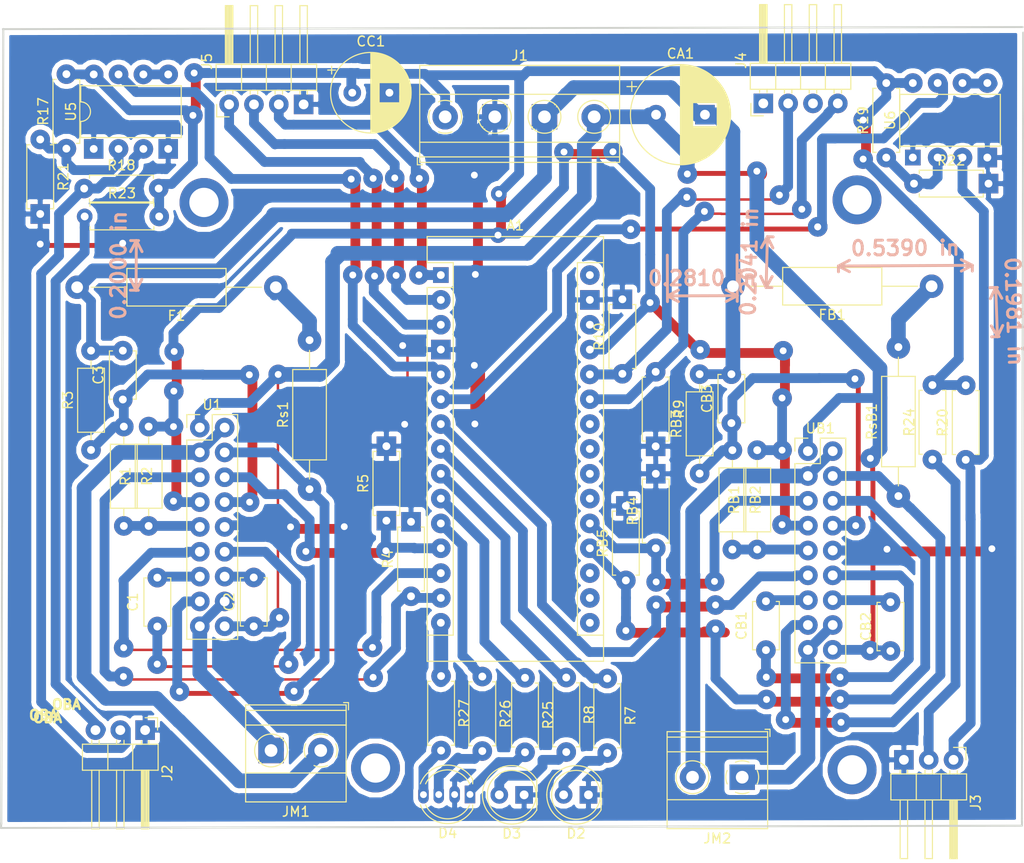
<source format=kicad_pcb>
(kicad_pcb (version 20171130) (host pcbnew 5.0.2-bee76a0~70~ubuntu16.04.1)
  (layers (0 F.Cu signal) (31 B.Cu signal) (34 B.Paste user hide) (35 F.Paste user hide) (36 B.SilkS user hide) (37 F.SilkS user hide) (38 B.Mask user hide) (39 F.Mask user hide) (44 Edge.Cuts user))
  (net 0 "")
  (net 1 CP2)
  (net 2 CP1)
  (net 3 CP)
  (net 4 VBB)
  (net 5 PWM_REF)
  (net 6 POWER_GND)
  (net 7 VDD)
  (net 8 LOGIC_GND)
  (net 9 "Net-(F1-Pad1)")
  (net 10 OA)
  (net 11 OB)
  (net 12 OCP_REF)
  (net 13 IN1)
  (net 14 IN2)
  (net 15 Sense)
  (net 16 Diag)
  (net 17 TX)
  (net 18 "Net-(A1-Pad17)")
  (net 19 RX)
  (net 20 "Net-(A1-Pad18)")
  (net 21 VBATT1)
  (net 22 VBATT2)
  (net 23 "Net-(A1-Pad22)")
  (net 24 "Net-(A1-Pad23)")
  (net 25 INB1)
  (net 26 LED3)
  (net 27 INB2)
  (net 28 LED2)
  (net 29 DiagB)
  (net 30 ENC1)
  (net 31 ENC2)
  (net 32 "Net-(A1-Pad28)")
  (net 33 LED_R)
  (net 34 "Net-(A1-Pad30)")
  (net 35 LED_G)
  (net 36 LED_B)
  (net 37 "Net-(D2-Pad2)")
  (net 38 "Net-(D3-Pad2)")
  (net 39 FOT1)
  (net 40 PFOT1)
  (net 41 PFOT2)
  (net 42 FOT2)
  (net 43 "Net-(R17-Pad1)")
  (net 44 "Net-(R19-Pad1)")
  (net 45 "Net-(U5-Pad5)")
  (net 46 "Net-(U6-Pad5)")
  (net 47 "Net-(D4-Pad1)")
  (net 48 "Net-(D4-Pad3)")
  (net 49 "Net-(D4-Pad4)")
  (net 50 CPB1)
  (net 51 CPB2)
  (net 52 CPB)
  (net 53 PWM_REFB)
  (net 54 "Net-(FB1-Pad1)")
  (net 55 OCP_REFB)
  (net 56 SenseB)
  (net 57 OBB)
  (net 58 OBA)
  (net 59 "Net-(A1-Pad24)")
  (net 60 "Net-(A1-Pad16)")
  (net 61 RESET)
  (net 62 "Net-(J4-Pad3)")
  (net 63 "Net-(J4-Pad1)")
  (net 64 "Net-(A1-Pad21)")
  (module _Mounting_Holes:MountingHole_3mm_Pad (layer F.Cu) (at 134.893922 94.587302 180)
    (fp_text reference MK3 hide)
    (fp_text value Mounting_Hole_PAD hide)
    (pad 1 thru_hole circle (at 0 0 180) (size 5 5) (drill 3) (layers *.Cu *.Mask))
  )
  (module _Mounting_Holes:MountingHole_3mm_Pad (layer F.Cu) (at 201.680682 94.318062 180)
    (fp_text reference MK3 hide)
    (fp_text value Mounting_Hole_PAD hide)
    (pad 1 thru_hole circle (at 0 0 180) (size 5 5) (drill 3) (layers *.Cu *.Mask))
  )
  (module _Mounting_Holes:MountingHole_3mm_Pad (layer F.Cu) (at 152.435162 152.428182 180)
    (fp_text reference MK3 hide)
    (fp_text value Mounting_Hole_PAD hide)
    (pad 1 thru_hole circle (at 0 0 180) (size 5 5) (drill 3) (layers *.Cu *.Mask))
  )
  (module _Mounting_Holes:MountingHole_3mm_Pad (layer F.Cu) (at 201.177762 152.611062 180)
    (fp_text reference MK3 hide)
    (fp_text value Mounting_Hole_PAD hide)
    (pad 1 thru_hole circle (at 0 0 180) (size 5 5) (drill 3) (layers *.Cu *.Mask))
  )
  (module LedRGB4Drill:LED_D5.0mm-4_RGB4Drill (layer F.Cu) (at 161.716322 155.120582 180)
    (fp_text reference D4 (at 1.905 -3.96 180) (layer F.SilkS))
    (fp_text value LED_RCGB)
    (pad 1 thru_hole rect (at -0.381 -0.01016 180) (size 1.07 1.8) (drill 0.7) (layers *.Cu *.Mask) (net 47 "Net-(D4-Pad1)"))
    (pad 2 thru_hole oval (at 1.18872 -0.02032 180) (size 1.07 1.8) (drill 0.7) (layers *.Cu *.Mask) (net 8 LOGIC_GND))
    (pad 3 thru_hole oval (at 2.81432 -0.02032 180) (size 1.07 1.8) (drill 0.7) (layers *.Cu *.Mask) (net 48 "Net-(D4-Pad3)"))
    (pad 4 thru_hole oval (at 4.37896 -0.03048 180) (size 1.07 1.8) (drill 0.7) (layers *.Cu *.Mask) (net 49 "Net-(D4-Pad4)"))
  )
  (module Capacitor_THT:CP_Radial_D10.0mm_P5.00mm (layer F.Cu) (at 181.127002 85.610942)
    (fp_text reference CA1 (at 2.5 -6.25) (layer F.SilkS))
    (fp_text value CP470u)
    (pad 2 thru_hole rect (at 5 0) (size 2 2) (drill 1) (layers *.Cu *.Mask) (net 6 POWER_GND))
    (pad 1 thru_hole circle (at 0 0) (size 2 2) (drill 1) (layers *.Cu *.Mask) (net 4 VBB))
  )
  (module Connector_PinHeader_2.54mm:PinHeader_1x03_P2.54mm_Horizontal (layer F.Cu) (at 128.874122 148.552142 270)
    (fp_text reference J2 (at 4.385 -2.27 270) (layer F.SilkS))
    (fp_text value Conn_01x03_Male hide)
    (pad 3 thru_hole oval (at 0 5.08 270) (size 2 2) (drill 1) (layers *.Cu *.Mask) (net 40 PFOT1))
    (pad 2 thru_hole oval (at 0 2.54 270) (size 2 2) (drill 1) (layers *.Cu *.Mask) (net 39 FOT1))
    (pad 1 thru_hole rect (at 0 0 270) (size 2 2) (drill 1) (layers *.Cu *.Mask) (net 8 LOGIC_GND))
  )
  (module Module:Arduino_Nano (layer F.Cu) (at 159.115061 102.013726)
    (fp_text reference A1 (at 7.62 -5.08) (layer F.SilkS))
    (fp_text value Arduino_Nano_v3.x)
    (pad 16 thru_hole oval (at 15.24 35.56) (size 2 2) (drill 0.8) (layers *.Cu *.Mask) (net 60 "Net-(A1-Pad16)"))
    (pad 15 thru_hole oval (at 0 35.56) (size 2 2) (drill 0.8) (layers *.Cu *.Mask) (net 36 LED_B))
    (pad 30 thru_hole oval (at 15.24 0) (size 2 2) (drill 0.8) (layers *.Cu *.Mask) (net 34 "Net-(A1-Pad30)"))
    (pad 14 thru_hole oval (at 0 33.02) (size 2 2) (drill 0.8) (layers *.Cu *.Mask) (net 13 IN1))
    (pad 29 thru_hole rect (at 15.24 2.54) (size 2 2) (drill 0.8) (layers *.Cu *.Mask) (net 8 LOGIC_GND))
    (pad 13 thru_hole oval (at 0 30.48) (size 2 2) (drill 0.8) (layers *.Cu *.Mask) (net 16 Diag))
    (pad 28 thru_hole oval (at 15.24 5.08) (size 2 2) (drill 0.8) (layers *.Cu *.Mask) (net 32 "Net-(A1-Pad28)"))
    (pad 12 thru_hole oval (at 0 27.94) (size 2 2) (drill 0.8) (layers *.Cu *.Mask) (net 14 IN2))
    (pad 27 thru_hole oval (at 15.24 7.62) (size 2 2) (drill 0.8) (layers *.Cu *.Mask) (net 7 VDD))
    (pad 11 thru_hole oval (at 0 25.4) (size 2 2) (drill 0.8) (layers *.Cu *.Mask) (net 35 LED_G))
    (pad 26 thru_hole oval (at 15.24 10.16) (size 2 2) (drill 0.8) (layers *.Cu *.Mask) (net 22 VBATT2))
    (pad 10 thru_hole oval (at 0 22.86) (size 2 2) (drill 0.8) (layers *.Cu *.Mask) (net 33 LED_R))
    (pad 25 thru_hole oval (at 15.24 12.7) (size 2 2) (drill 0.8) (layers *.Cu *.Mask) (net 21 VBATT1))
    (pad 9 thru_hole oval (at 0 20.32) (size 2 2) (drill 0.8) (layers *.Cu *.Mask) (net 26 LED3))
    (pad 24 thru_hole oval (at 15.24 15.24) (size 2 2) (drill 0.8) (layers *.Cu *.Mask) (net 59 "Net-(A1-Pad24)"))
    (pad 8 thru_hole oval (at 0 17.78) (size 2 2) (drill 0.8) (layers *.Cu *.Mask) (net 28 LED2))
    (pad 23 thru_hole oval (at 15.24 17.78) (size 2 2) (drill 0.8) (layers *.Cu *.Mask) (net 24 "Net-(A1-Pad23)"))
    (pad 7 thru_hole oval (at 0 15.24) (size 2 2) (drill 0.8) (layers *.Cu *.Mask) (net 29 DiagB))
    (pad 22 thru_hole oval (at 15.24 20.32) (size 2 2) (drill 0.8) (layers *.Cu *.Mask) (net 23 "Net-(A1-Pad22)"))
    (pad 6 thru_hole oval (at 0 12.7) (size 2 2) (drill 0.8) (layers *.Cu *.Mask) (net 31 ENC2))
    (pad 21 thru_hole oval (at 15.24 22.86) (size 2 2) (drill 0.8) (layers *.Cu *.Mask) (net 64 "Net-(A1-Pad21)"))
    (pad 5 thru_hole oval (at 0 10.16) (size 2 2) (drill 0.8) (layers *.Cu *.Mask) (net 30 ENC1))
    (pad 20 thru_hole oval (at 15.24 25.4) (size 2 2) (drill 0.8) (layers *.Cu *.Mask) (net 25 INB1))
    (pad 4 thru_hole rect (at 0 7.62) (size 2 2) (drill 0.8) (layers *.Cu *.Mask) (net 8 LOGIC_GND))
    (pad 19 thru_hole oval (at 15.24 27.94) (size 2 2) (drill 0.8) (layers *.Cu *.Mask) (net 27 INB2))
    (pad 3 thru_hole oval (at 0 5.08) (size 2 2) (drill 0.8) (layers *.Cu *.Mask) (net 61 RESET))
    (pad 18 thru_hole oval (at 15.24 30.48) (size 2 2) (drill 0.8) (layers *.Cu *.Mask) (net 20 "Net-(A1-Pad18)"))
    (pad 2 thru_hole oval (at 0 2.54) (size 2 2) (drill 0.8) (layers *.Cu *.Mask) (net 19 RX))
    (pad 17 thru_hole oval (at 15.24 33.02) (size 2 2) (drill 0.8) (layers *.Cu *.Mask) (net 18 "Net-(A1-Pad17)"))
    (pad 1 thru_hole rect (at 0 0) (size 1.6 1.6) (drill 0.8) (layers *.Cu *.Mask) (net 17 TX))
  )
  (module Connector_PinHeader_2.54mm:PinHeader_2x09_P2.54mm_Vertical (layer F.Cu) (at 134.466901 117.611866)
    (fp_text reference U1 (at 1.27 -2.33) (layer F.SilkS))
    (fp_text value STA6940M)
    (pad 18 thru_hole oval (at 2.54 20.32) (size 2 2) (drill 1) (layers *.Cu *.Mask) (net 4 VBB))
    (pad 17 thru_hole oval (at 0 20.32) (size 2 2) (drill 1) (layers *.Cu *.Mask) (net 11 OB))
    (pad 16 thru_hole oval (at 2.54 17.78) (size 2 2) (drill 1) (layers *.Cu *.Mask) (net 11 OB))
    (pad 15 thru_hole oval (at 0 17.78) (size 2 2) (drill 1) (layers *.Cu *.Mask) (net 15 Sense))
    (pad 14 thru_hole oval (at 2.54 15.24) (size 2 2) (drill 1) (layers *.Cu *.Mask) (net 3 CP))
    (pad 13 thru_hole oval (at 0 15.24) (size 2 2) (drill 1) (layers *.Cu *.Mask) (net 2 CP1))
    (pad 12 thru_hole oval (at 2.54 12.7) (size 2 2) (drill 1) (layers *.Cu *.Mask) (net 1 CP2))
    (pad 11 thru_hole oval (at 0 12.7) (size 2 2) (drill 1) (layers *.Cu *.Mask) (net 16 Diag))
    (pad 10 thru_hole oval (at 2.54 10.16) (size 2 2) (drill 1) (layers *.Cu *.Mask) (net 8 LOGIC_GND))
    (pad 9 thru_hole oval (at 0 10.16) (size 2 2) (drill 1) (layers *.Cu *.Mask) (net 12 OCP_REF))
    (pad 8 thru_hole oval (at 2.54 7.62) (size 2 2) (drill 1) (layers *.Cu *.Mask) (net 5 PWM_REF))
    (pad 7 thru_hole oval (at 0 7.62) (size 2 2) (drill 1) (layers *.Cu *.Mask) (net 7 VDD))
    (pad 6 thru_hole oval (at 2.54 5.08) (size 2 2) (drill 1) (layers *.Cu *.Mask) (net 14 IN2))
    (pad 5 thru_hole oval (at 0 5.08) (size 2 2) (drill 1) (layers *.Cu *.Mask) (net 13 IN1))
    (pad 4 thru_hole oval (at 2.54 2.54) (size 2 2) (drill 1) (layers *.Cu *.Mask) (net 15 Sense))
    (pad 3 thru_hole oval (at 0 2.54) (size 2 2) (drill 1) (layers *.Cu *.Mask) (net 10 OA))
    (pad 2 thru_hole oval (at 2.54 0) (size 2 2) (drill 1) (layers *.Cu *.Mask) (net 10 OA))
    (pad 1 thru_hole circle (at 0 0) (size 2 2) (drill 1) (layers *.Cu *.Mask) (net 4 VBB))
  )
  (module Resistor_THT:R_Axial_DIN0207_L6.3mm_D2.5mm_P7.62mm_Horizontal (layer F.Cu) (at 153.547682 127.134862 90)
    (fp_text reference R5 (at 3.81 -2.37 90) (layer F.SilkS))
    (fp_text value R10k)
    (pad 2 thru_hole rect (at 7.62 0 90) (size 2 2) (drill 0.8) (layers *.Cu *.Mask) (net 8 LOGIC_GND))
    (pad 1 thru_hole rect (at 0 0 90) (size 2 2) (drill 0.8) (layers *.Cu *.Mask) (net 14 IN2))
  )
  (module Resistor_THT:R_Axial_DIN0207_L6.3mm_D2.5mm_P7.62mm_Horizontal (layer F.Cu) (at 212.795722 120.906782 90)
    (fp_text reference R20 (at 3.81 -2.37 90) (layer F.SilkS))
    (fp_text value R4.7k)
    (pad 1 thru_hole circle (at 0 0 90) (size 2 2) (drill 0.8) (layers *.Cu *.Mask) (net 42 FOT2))
    (pad 2 thru_hole oval (at 7.62 0 90) (size 2 2) (drill 0.8) (layers *.Cu *.Mask) (net 7 VDD))
  )
  (module Resistor_THT:R_Axial_DIN0207_L6.3mm_D2.5mm_P7.62mm_Horizontal (layer F.Cu) (at 209.392122 120.881382 90)
    (fp_text reference R24 (at 3.81 -2.37 90) (layer F.SilkS))
    (fp_text value R330)
    (pad 1 thru_hole circle (at 0 0 90) (size 2 2) (drill 0.8) (layers *.Cu *.Mask) (net 41 PFOT2))
    (pad 2 thru_hole oval (at 7.62 0 90) (size 2 2) (drill 0.8) (layers *.Cu *.Mask) (net 7 VDD))
  )
  (module Resistor_THT:R_Axial_DIN0207_L6.3mm_D2.5mm_P7.62mm_Horizontal (layer F.Cu) (at 204.669961 89.999526 90)
    (fp_text reference R19 (at 3.81 -2.37 90) (layer F.SilkS))
    (fp_text value R4.7k)
    (pad 1 thru_hole circle (at 0 0 90) (size 2 2) (drill 0.8) (layers *.Cu *.Mask) (net 44 "Net-(R19-Pad1)"))
    (pad 2 thru_hole oval (at 7.62 0 90) (size 2 2) (drill 0.8) (layers *.Cu *.Mask) (net 7 VDD))
  )
  (module Resistor_THT:R_Axial_DIN0207_L6.3mm_D2.5mm_P7.62mm_Horizontal (layer F.Cu) (at 207.507442 92.661982)
    (fp_text reference R22 (at 3.81 -2.37) (layer F.SilkS))
    (fp_text value R4.7k)
    (pad 2 thru_hole rect (at 7.62 0) (size 2 2) (drill 0.8) (layers *.Cu *.Mask) (net 8 LOGIC_GND))
    (pad 1 thru_hole circle (at 0 0) (size 2 2) (drill 0.8) (layers *.Cu *.Mask) (net 44 "Net-(R19-Pad1)"))
  )
  (module Package_DIP:DIP-8_W7.62mm (layer F.Cu) (at 207.385522 89.994982 90)
    (fp_text reference U6 (at 3.81 -2.33 90) (layer F.SilkS))
    (fp_text value LM311)
    (pad 1 thru_hole rect (at 0 0 90) (size 1.6 1.6) (drill 0.8) (layers *.Cu *.Mask) (net 8 LOGIC_GND))
    (pad 5 thru_hole oval (at 7.62 7.62 90) (size 2 2) (drill 0.8) (layers *.Cu *.Mask) (net 46 "Net-(U6-Pad5)"))
    (pad 2 thru_hole oval (at 0 2.54 90) (size 2 2) (drill 0.8) (layers *.Cu *.Mask) (net 44 "Net-(R19-Pad1)"))
    (pad 6 thru_hole oval (at 7.62 5.08 90) (size 2 2) (drill 0.8) (layers *.Cu *.Mask) (net 46 "Net-(U6-Pad5)"))
    (pad 3 thru_hole oval (at 0 5.08 90) (size 2 2) (drill 0.8) (layers *.Cu *.Mask) (net 42 FOT2))
    (pad 7 thru_hole oval (at 7.62 2.54 90) (size 2 2) (drill 0.8) (layers *.Cu *.Mask) (net 31 ENC2))
    (pad 4 thru_hole rect (at 0 7.62 90) (size 2 2) (drill 0.8) (layers *.Cu *.Mask) (net 8 LOGIC_GND))
    (pad 8 thru_hole oval (at 7.62 0 90) (size 2 2) (drill 0.8) (layers *.Cu *.Mask) (net 7 VDD))
  )
  (module Capacitor_THT:C_Disc_D4.7mm_W2.5mm_P5.00mm (layer F.Cu) (at 188.833061 117.152126 90)
    (fp_text reference CB3 (at 2.5 -2.5 90) (layer F.SilkS))
    (fp_text value C104)
    (pad 1 thru_hole circle (at 0 0 90) (size 2 2) (drill 0.8) (layers *.Cu *.Mask) (net 53 PWM_REFB))
    (pad 2 thru_hole circle (at 5 0 90) (size 2 2) (drill 0.8) (layers *.Cu *.Mask) (net 6 POWER_GND))
  )
  (module Capacitor_THT:C_Disc_D4.7mm_W2.5mm_P5.00mm (layer F.Cu) (at 192.363661 140.367726 90)
    (fp_text reference CB1 (at 2.5 -2.5 90) (layer F.SilkS))
    (fp_text value C104)
    (pad 1 thru_hole circle (at 0 0 90) (size 2 2) (drill 0.8) (layers *.Cu *.Mask) (net 51 CPB2))
    (pad 2 thru_hole circle (at 5 0 90) (size 2 2) (drill 0.8) (layers *.Cu *.Mask) (net 50 CPB1))
  )
  (module Resistor_THT:R_Axial_DIN0207_L6.3mm_D2.5mm_P10.16mm_Horizontal (layer F.Cu) (at 185.581861 122.308326 90)
    (fp_text reference RB3 (at 5.08 -2.37 90) (layer F.SilkS))
    (fp_text value R)
    (pad 1 thru_hole circle (at 0 0 90) (size 2 2) (drill 0.8) (layers *.Cu *.Mask) (net 53 PWM_REFB))
    (pad 2 thru_hole oval (at 10.16 0 90) (size 2 2) (drill 0.8) (layers *.Cu *.Mask) (net 6 POWER_GND))
  )
  (module Resistor_THT:R_Axial_DIN0207_L6.3mm_D2.5mm_P10.16mm_Horizontal (layer F.Cu) (at 188.934661 119.920726 270)
    (fp_text reference RB2 (at 5.08 -2.37 270) (layer F.SilkS))
    (fp_text value R)
    (pad 2 thru_hole oval (at 10.16 0 270) (size 2 2) (drill 0.8) (layers *.Cu *.Mask) (net 55 OCP_REFB))
    (pad 1 thru_hole circle (at 0 0 270) (size 2 2) (drill 0.8) (layers *.Cu *.Mask) (net 53 PWM_REFB))
  )
  (module Resistor_THT:R_Axial_DIN0207_L6.3mm_D2.5mm_P10.16mm_Horizontal (layer F.Cu) (at 191.474661 130.080726 90)
    (fp_text reference RB1 (at 5.08 -2.37 90) (layer F.SilkS))
    (fp_text value R)
    (pad 1 thru_hole circle (at 0 0 90) (size 2 2) (drill 0.8) (layers *.Cu *.Mask) (net 55 OCP_REFB))
    (pad 2 thru_hole oval (at 10.16 0 90) (size 2 2) (drill 0.8) (layers *.Cu *.Mask) (net 7 VDD))
  )
  (module Capacitor_THT:C_Disc_D4.7mm_W2.5mm_P5.00mm (layer F.Cu) (at 205.099522 140.460982 90)
    (fp_text reference CB2 (at 2.5 -2.5 90) (layer F.SilkS))
    (fp_text value C104)
    (pad 2 thru_hole circle (at 5 0 90) (size 2 2) (drill 0.8) (layers *.Cu *.Mask) (net 52 CPB))
    (pad 1 thru_hole circle (at 0 0 90) (size 2 2) (drill 0.8) (layers *.Cu *.Mask) (net 4 VBB))
  )
  (module Connector_PinHeader_2.54mm:PinHeader_2x09_P2.54mm_Vertical (layer F.Cu) (at 196.656261 120.022326)
    (fp_text reference UB1 (at 1.27 -2.33) (layer F.SilkS))
    (fp_text value STA6940M)
    (pad 1 thru_hole circle (at 0 0) (size 2 2) (drill 1) (layers *.Cu *.Mask) (net 4 VBB))
    (pad 2 thru_hole oval (at 2.54 0) (size 2 2) (drill 1) (layers *.Cu *.Mask) (net 58 OBA))
    (pad 3 thru_hole oval (at 0 2.54) (size 2 2) (drill 1) (layers *.Cu *.Mask) (net 58 OBA))
    (pad 4 thru_hole oval (at 2.54 2.54) (size 2 2) (drill 1) (layers *.Cu *.Mask) (net 56 SenseB))
    (pad 5 thru_hole oval (at 0 5.08) (size 2 2) (drill 1) (layers *.Cu *.Mask) (net 25 INB1))
    (pad 6 thru_hole oval (at 2.54 5.08) (size 2 2) (drill 1) (layers *.Cu *.Mask) (net 27 INB2))
    (pad 7 thru_hole oval (at 0 7.62) (size 2 2) (drill 1) (layers *.Cu *.Mask) (net 7 VDD))
    (pad 8 thru_hole oval (at 2.54 7.62) (size 2 2) (drill 1) (layers *.Cu *.Mask) (net 53 PWM_REFB))
    (pad 9 thru_hole oval (at 0 10.16) (size 2 2) (drill 1) (layers *.Cu *.Mask) (net 55 OCP_REFB))
    (pad 10 thru_hole oval (at 2.54 10.16) (size 2 2) (drill 1) (layers *.Cu *.Mask) (net 8 LOGIC_GND))
    (pad 11 thru_hole oval (at 0 12.7) (size 2 2) (drill 1) (layers *.Cu *.Mask) (net 29 DiagB))
    (pad 12 thru_hole oval (at 2.54 12.7) (size 2 2) (drill 1) (layers *.Cu *.Mask) (net 51 CPB2))
    (pad 13 thru_hole oval (at 0 15.24) (size 2 2) (drill 1) (layers *.Cu *.Mask) (net 50 CPB1))
    (pad 14 thru_hole oval (at 2.54 15.24) (size 2 2) (drill 1) (layers *.Cu *.Mask) (net 52 CPB))
    (pad 15 thru_hole oval (at 0 17.78) (size 2 2) (drill 1) (layers *.Cu *.Mask) (net 56 SenseB))
    (pad 16 thru_hole oval (at 2.54 17.78) (size 2 2) (drill 1) (layers *.Cu *.Mask) (net 57 OBB))
    (pad 17 thru_hole oval (at 0 20.32) (size 2 2) (drill 1) (layers *.Cu *.Mask) (net 57 OBB))
    (pad 18 thru_hole oval (at 2.54 20.32) (size 2 2) (drill 1) (layers *.Cu *.Mask) (net 4 VBB))
  )
  (module Resistor_THT:R_Axial_DIN0309_L9.0mm_D3.2mm_P15.24mm_Horizontal (layer F.Cu) (at 205.912322 124.615182 90)
    (fp_text reference RsB1 (at 7.62 -2.72 90) (layer F.SilkS))
    (fp_text value R0.56)
    (pad 1 thru_hole circle (at 0 0 90) (size 2.4 2.4) (drill 0.8) (layers *.Cu *.Mask) (net 56 SenseB))
    (pad 2 thru_hole oval (at 15.24 0 90) (size 2.4 2.4) (drill 0.8) (layers *.Cu *.Mask) (net 54 "Net-(FB1-Pad1)"))
  )
  (module Resistor_THT:R_Axial_DIN0411_L9.9mm_D3.6mm_P20.32mm_Horizontal (layer F.Cu) (at 209.305461 103.156726 180)
    (fp_text reference FB1 (at 10.16 -2.92 180) (layer F.SilkS))
    (fp_text value Fuse)
    (pad 1 thru_hole circle (at 0 0 180) (size 2.4 2.4) (drill 1.2) (layers *.Cu *.Mask) (net 54 "Net-(FB1-Pad1)"))
    (pad 2 thru_hole oval (at 20.32 0 180) (size 2.4 2.4) (drill 1.2) (layers *.Cu *.Mask) (net 6 POWER_GND))
  )
  (module Capacitor_THT:CP_Radial_D8.0mm_P3.80mm (layer F.Cu) (at 150.057722 83.365582)
    (fp_text reference CC1 (at 1.9 -5.25) (layer F.SilkS))
    (fp_text value CP100u)
    (pad 2 thru_hole rect (at 3.8 0) (size 2 2) (drill 0.8) (layers *.Cu *.Mask) (net 8 LOGIC_GND))
    (pad 1 thru_hole oval (at 0 0) (size 1.8 1.8) (drill 0.8) (layers *.Cu *.Mask) (net 7 VDD))
  )
  (module Resistor_THT:R_Axial_DIN0411_L9.9mm_D3.6mm_P20.32mm_Horizontal (layer F.Cu) (at 142.239602 103.258862 180)
    (fp_text reference F1 (at 10.16 -2.92 180) (layer F.SilkS))
    (fp_text value Fuse)
    (pad 2 thru_hole oval (at 20.32 0 180) (size 2.4 2.4) (drill 1.2) (layers *.Cu *.Mask) (net 6 POWER_GND))
    (pad 1 thru_hole circle (at 0 0 180) (size 2.4 2.4) (drill 1.2) (layers *.Cu *.Mask) (net 9 "Net-(F1-Pad1)"))
  )
  (module TerminalBlock_Phoenix:TerminalBlock_Phoenix_MKDS-1,5-4-5.08_1x04_P5.08mm_Horizontal (layer F.Cu) (at 159.557322 85.829382)
    (fp_text reference J1 (at 7.62 -6.26) (layer F.SilkS))
    (fp_text value Screw_Terminal_01x04 hide)
    (pad 4 thru_hole circle (at 15.24 0) (size 2.6 2.6) (drill 1.3) (layers *.Cu *.Mask) (net 4 VBB))
    (pad 3 thru_hole rect (at 10.16 0) (size 2.6 2.6) (drill 1.3) (layers *.Cu *.Mask) (net 6 POWER_GND))
    (pad 2 thru_hole rect (at 5.08 0) (size 2.6 2.6) (drill 1.3) (layers *.Cu *.Mask) (net 8 LOGIC_GND))
    (pad 1 thru_hole oval (at 0 0) (size 2.6 2.6) (drill 1.3) (layers *.Cu *.Mask) (net 7 VDD))
  )
  (module TerminalBlock_Phoenix:TerminalBlock_Phoenix_MKDS-1,5-2-5.08_1x02_P5.08mm_Horizontal (layer F.Cu) (at 146.831922 150.634942 180)
    (fp_text reference JM1 (at 2.54 -6.26 180) (layer F.SilkS))
    (fp_text value Screw_Terminal_01x02 hide)
    (pad 2 thru_hole rect (at 5.08 0 180) (size 2.6 2.6) (drill 1.3) (layers *.Cu *.Mask) (net 11 OB))
    (pad 1 thru_hole oval (at 0 0 180) (size 2.6 2.6) (drill 1.3) (layers *.Cu *.Mask) (net 10 OA))
  )
  (module Resistor_THT:R_Axial_DIN0207_L6.3mm_D2.5mm_P10.16mm_Horizontal (layer F.Cu) (at 129.234501 127.670266 90)
    (fp_text reference R1 (at 5.08 -2.37 90) (layer F.SilkS))
    (fp_text value R)
    (pad 2 thru_hole oval (at 10.16 0 90) (size 2 2) (drill 0.8) (layers *.Cu *.Mask) (net 7 VDD))
    (pad 1 thru_hole circle (at 0 0 90) (size 2 2) (drill 0.8) (layers *.Cu *.Mask) (net 12 OCP_REF))
  )
  (module Resistor_THT:R_Axial_DIN0207_L6.3mm_D2.5mm_P10.16mm_Horizontal (layer F.Cu) (at 126.694501 117.510266 270)
    (fp_text reference R2 (at 5.08 -2.37 270) (layer F.SilkS))
    (fp_text value R)
    (pad 1 thru_hole circle (at 0 0 270) (size 2 2) (drill 0.8) (layers *.Cu *.Mask) (net 5 PWM_REF))
    (pad 2 thru_hole oval (at 10.16 0 270) (size 2 2) (drill 0.8) (layers *.Cu *.Mask) (net 12 OCP_REF))
  )
  (module Resistor_THT:R_Axial_DIN0207_L6.3mm_D2.5mm_P10.16mm_Horizontal (layer F.Cu) (at 123.341701 119.897866 90)
    (fp_text reference R3 (at 5.08 -2.37 90) (layer F.SilkS))
    (fp_text value R)
    (pad 2 thru_hole oval (at 10.16 0 90) (size 2 2) (drill 0.8) (layers *.Cu *.Mask) (net 6 POWER_GND))
    (pad 1 thru_hole circle (at 0 0 90) (size 2 2) (drill 0.8) (layers *.Cu *.Mask) (net 5 PWM_REF))
  )
  (module Resistor_THT:R_Axial_DIN0309_L9.0mm_D3.2mm_P15.24mm_Horizontal (layer F.Cu) (at 145.688922 123.914142 90)
    (fp_text reference Rs1 (at 7.62 -2.72 90) (layer F.SilkS))
    (fp_text value R0.56)
    (pad 2 thru_hole oval (at 15.24 0 90) (size 2.4 2.4) (drill 0.8) (layers *.Cu *.Mask) (net 9 "Net-(F1-Pad1)"))
    (pad 1 thru_hole circle (at 0 0 90) (size 2.4 2.4) (drill 0.8) (layers *.Cu *.Mask) (net 15 Sense))
  )
  (module Capacitor_THT:C_Disc_D4.7mm_W2.5mm_P5.00mm (layer F.Cu) (at 130.123501 137.957266 90)
    (fp_text reference C1 (at 2.5 -2.5 90) (layer F.SilkS))
    (fp_text value C104)
    (pad 2 thru_hole circle (at 5 0 90) (size 2 2) (drill 0.8) (layers *.Cu *.Mask) (net 2 CP1))
    (pad 1 thru_hole circle (at 0 0 90) (size 2 2) (drill 0.8) (layers *.Cu *.Mask) (net 1 CP2))
  )
  (module Capacitor_THT:C_Disc_D4.7mm_W2.5mm_P5.00mm (layer F.Cu) (at 139.979002 137.940022 90)
    (fp_text reference C2 (at 2.5 -2.5 90) (layer F.SilkS))
    (fp_text value C104)
    (pad 1 thru_hole circle (at 0 0 90) (size 2 2) (drill 0.8) (layers *.Cu *.Mask) (net 4 VBB))
    (pad 2 thru_hole circle (at 5 0 90) (size 2 2) (drill 0.8) (layers *.Cu *.Mask) (net 3 CP))
  )
  (module Capacitor_THT:C_Disc_D4.7mm_W2.5mm_P5.00mm (layer F.Cu) (at 126.592901 114.741666 90)
    (fp_text reference C3 (at 2.5 -2.5 90) (layer F.SilkS))
    (fp_text value C104)
    (pad 2 thru_hole circle (at 5 0 90) (size 2 2) (drill 0.8) (layers *.Cu *.Mask) (net 6 POWER_GND))
    (pad 1 thru_hole circle (at 0 0 90) (size 2 2) (drill 0.8) (layers *.Cu *.Mask) (net 5 PWM_REF))
  )
  (module LED_THT:LED_D5.0mm (layer F.Cu) (at 174.213122 155.171382 180)
    (fp_text reference D2 (at 1.27 -3.96 180) (layer F.SilkS))
    (fp_text value LED)
    (pad 1 thru_hole rect (at 0 0 180) (size 1.8 1.8) (drill 0.9) (layers *.Cu *.Mask) (net 8 LOGIC_GND))
    (pad 2 thru_hole circle (at 2.54 0 180) (size 1.8 1.8) (drill 0.9) (layers *.Cu *.Mask) (net 37 "Net-(D2-Pad2)"))
  )
  (module LED_THT:LED_D5.0mm (layer F.Cu) (at 167.634522 155.171382 180)
    (fp_text reference D3 (at 1.27 -3.96 180) (layer F.SilkS))
    (fp_text value LED)
    (pad 2 thru_hole circle (at 2.54 0 180) (size 1.8 1.8) (drill 0.9) (layers *.Cu *.Mask) (net 38 "Net-(D3-Pad2)"))
    (pad 1 thru_hole rect (at 0 0 180) (size 1.8 1.8) (drill 0.9) (layers *.Cu *.Mask) (net 8 LOGIC_GND))
  )
  (module Connector_PinHeader_2.54mm:PinHeader_1x03_P2.54mm_Horizontal (layer F.Cu) (at 211.551122 151.589982 270)
    (fp_text reference J3 (at 4.385 -2.27 270) (layer F.SilkS))
    (fp_text value Conn_01x03_Male hide)
    (pad 1 thru_hole oval (at 0 0 270) (size 2 2) (drill 1) (layers *.Cu *.Mask) (net 42 FOT2))
    (pad 2 thru_hole oval (at 0 2.54 270) (size 2 2) (drill 1) (layers *.Cu *.Mask) (net 41 PFOT2))
    (pad 3 thru_hole rect (at 0 5.08 270) (size 2 2) (drill 1) (layers *.Cu *.Mask) (net 8 LOGIC_GND))
  )
  (module Package_DIP:DIP-8_W7.62mm (layer F.Cu) (at 123.616021 89.113066 90)
    (fp_text reference U5 (at 3.81 -2.33 90) (layer F.SilkS))
    (fp_text value LM311)
    (pad 1 thru_hole rect (at 0 0 90) (size 2 2) (drill 0.8) (layers *.Cu *.Mask) (net 8 LOGIC_GND))
    (pad 5 thru_hole oval (at 7.62 7.62 90) (size 2 2) (drill 0.8) (layers *.Cu *.Mask) (net 45 "Net-(U5-Pad5)"))
    (pad 2 thru_hole oval (at 0 2.54 90) (size 2 2) (drill 0.8) (layers *.Cu *.Mask) (net 43 "Net-(R17-Pad1)"))
    (pad 6 thru_hole oval (at 7.62 5.08 90) (size 2 2) (drill 0.8) (layers *.Cu *.Mask) (net 45 "Net-(U5-Pad5)"))
    (pad 3 thru_hole oval (at 0 5.08 90) (size 2 2) (drill 0.8) (layers *.Cu *.Mask) (net 39 FOT1))
    (pad 7 thru_hole oval (at 7.62 2.54 90) (size 2 2) (drill 0.8) (layers *.Cu *.Mask) (net 30 ENC1))
    (pad 4 thru_hole rect (at 0 7.62 90) (size 2 2) (drill 0.8) (layers *.Cu *.Mask) (net 8 LOGIC_GND))
    (pad 8 thru_hole oval (at 7.62 0 90) (size 2 2) (drill 0.8) (layers *.Cu *.Mask) (net 7 VDD))
  )
  (module Resistor_THT:R_Axial_DIN0207_L6.3mm_D2.5mm_P7.62mm_Horizontal (layer F.Cu) (at 156.067362 134.866622 90)
    (fp_text reference R4 (at 3.81 -2.37 90) (layer F.SilkS))
    (fp_text value R10k)
    (pad 2 thru_hole rect (at 7.62 0 90) (size 2 2) (drill 0.8) (layers *.Cu *.Mask) (net 8 LOGIC_GND))
    (pad 1 thru_hole circle (at 0 0 90) (size 2 2) (drill 0.8) (layers *.Cu *.Mask) (net 13 IN1))
  )
  (module Resistor_THT:R_Axial_DIN0207_L6.3mm_D2.5mm_P7.62mm_Horizontal (layer F.Cu) (at 176.133061 143.276026 270)
    (fp_text reference R7 (at 3.81 -2.37 270) (layer F.SilkS))
    (fp_text value R330)
    (pad 2 thru_hole oval (at 7.62 0 270) (size 2 2) (drill 0.8) (layers *.Cu *.Mask) (net 37 "Net-(D2-Pad2)"))
    (pad 1 thru_hole circle (at 0 0 270) (size 2 2) (drill 0.8) (layers *.Cu *.Mask) (net 28 LED2))
  )
  (module Resistor_THT:R_Axial_DIN0207_L6.3mm_D2.5mm_P7.62mm_Horizontal (layer F.Cu) (at 171.942061 143.174426 270)
    (fp_text reference R8 (at 3.81 -2.37 270) (layer F.SilkS))
    (fp_text value R330)
    (pad 1 thru_hole circle (at 0 0 270) (size 2 2) (drill 0.8) (layers *.Cu *.Mask) (net 26 LED3))
    (pad 2 thru_hole oval (at 7.62 0 270) (size 2 2) (drill 0.8) (layers *.Cu *.Mask) (net 38 "Net-(D3-Pad2)"))
  )
  (module Resistor_THT:R_Axial_DIN0207_L6.3mm_D2.5mm_P7.62mm_Horizontal (layer F.Cu) (at 181.086061 111.907026 270)
    (fp_text reference R9 (at 3.81 -2.37 270) (layer F.SilkS))
    (fp_text value R)
    (pad 1 thru_hole circle (at 0 0 270) (size 2 2) (drill 0.8) (layers *.Cu *.Mask) (net 21 VBATT1))
    (pad 2 thru_hole rect (at 7.62 0 270) (size 2 2) (drill 0.8) (layers *.Cu *.Mask) (net 8 LOGIC_GND))
  )
  (module Resistor_THT:R_Axial_DIN0207_L6.3mm_D2.5mm_P7.62mm_Horizontal (layer F.Cu) (at 177.682461 112.110226 90)
    (fp_text reference R10 (at 3.81 -2.37 90) (layer F.SilkS))
    (fp_text value R)
    (pad 2 thru_hole rect (at 7.62 0 90) (size 2 2) (drill 0.8) (layers *.Cu *.Mask) (net 8 LOGIC_GND))
    (pad 1 thru_hole circle (at 0 0 90) (size 2 2) (drill 0.8) (layers *.Cu *.Mask) (net 22 VBATT2))
  )
  (module Resistor_THT:R_Axial_DIN0207_L6.3mm_D2.5mm_P7.62mm_Horizontal (layer F.Cu) (at 120.822322 89.085662 90)
    (fp_text reference R17 (at 3.81 -2.37 90) (layer F.SilkS))
    (fp_text value R4.7k)
    (pad 2 thru_hole oval (at 7.62 0 90) (size 2 2) (drill 0.8) (layers *.Cu *.Mask) (net 7 VDD))
    (pad 1 thru_hole circle (at 0 0 90) (size 2 2) (drill 0.8) (layers *.Cu *.Mask) (net 43 "Net-(R17-Pad1)"))
  )
  (module Resistor_THT:R_Axial_DIN0207_L6.3mm_D2.5mm_P7.62mm_Horizontal (layer F.Cu) (at 122.640962 93.164902)
    (fp_text reference R18 (at 3.81 -2.37) (layer F.SilkS))
    (fp_text value R4.7k)
    (pad 1 thru_hole circle (at 0 0) (size 2 2) (drill 0.8) (layers *.Cu *.Mask) (net 39 FOT1))
    (pad 2 thru_hole oval (at 7.62 0) (size 2 2) (drill 0.8) (layers *.Cu *.Mask) (net 7 VDD))
  )
  (module Resistor_THT:R_Axial_DIN0207_L6.3mm_D2.5mm_P7.62mm_Horizontal (layer F.Cu) (at 118.145162 88.145862 270)
    (fp_text reference R21 (at 3.81 -2.37 270) (layer F.SilkS))
    (fp_text value R4.7k)
    (pad 2 thru_hole rect (at 7.62 0 270) (size 2 2) (drill 0.8) (layers *.Cu *.Mask) (net 8 LOGIC_GND))
    (pad 1 thru_hole circle (at 0 0 270) (size 2 2) (drill 0.8) (layers *.Cu *.Mask) (net 43 "Net-(R17-Pad1)"))
  )
  (module Resistor_THT:R_Axial_DIN0207_L6.3mm_D2.5mm_P7.62mm_Horizontal (layer F.Cu) (at 122.691762 96.019862)
    (fp_text reference R23 (at 3.81 -2.37) (layer F.SilkS))
    (fp_text value R330)
    (pad 1 thru_hole circle (at 0 0) (size 1.6 1.6) (drill 0.8) (layers *.Cu *.Mask) (net 40 PFOT1))
    (pad 2 thru_hole oval (at 7.62 0) (size 2 2) (drill 0.8) (layers *.Cu *.Mask) (net 7 VDD))
  )
  (module Resistor_THT:R_Axial_DIN0207_L6.3mm_D2.5mm_P7.62mm_Horizontal (layer F.Cu) (at 167.725661 143.199826 270)
    (fp_text reference R25 (at 3.81 -2.37 270) (layer F.SilkS))
    (fp_text value R330)
    (pad 2 thru_hole oval (at 7.62 0 270) (size 2 2) (drill 0.8) (layers *.Cu *.Mask) (net 47 "Net-(D4-Pad1)"))
    (pad 1 thru_hole circle (at 0 0 270) (size 2 2) (drill 0.8) (layers *.Cu *.Mask) (net 33 LED_R))
  )
  (module Resistor_THT:R_Axial_DIN0207_L6.3mm_D2.5mm_P7.62mm_Horizontal (layer F.Cu) (at 163.356861 143.072826 270)
    (fp_text reference R26 (at 3.81 -2.37 270) (layer F.SilkS))
    (fp_text value R330)
    (pad 1 thru_hole circle (at 0 0 270) (size 2 2) (drill 0.8) (layers *.Cu *.Mask) (net 35 LED_G))
    (pad 2 thru_hole oval (at 7.62 0 270) (size 2 2) (drill 0.8) (layers *.Cu *.Mask) (net 48 "Net-(D4-Pad3)"))
  )
  (module Resistor_THT:R_Axial_DIN0207_L6.3mm_D2.5mm_P7.62mm_Horizontal (layer F.Cu) (at 159.140461 143.022026 270)
    (fp_text reference R27 (at 3.81 -2.37 270) (layer F.SilkS))
    (fp_text value R330)
    (pad 2 thru_hole oval (at 7.62 0 270) (size 2 2) (drill 0.8) (layers *.Cu *.Mask) (net 49 "Net-(D4-Pad4)"))
    (pad 1 thru_hole circle (at 0 0 270) (size 2 2) (drill 0.8) (layers *.Cu *.Mask) (net 36 LED_B))
  )
  (module Resistor_THT:R_Axial_DIN0207_L6.3mm_D2.5mm_P7.62mm_Horizontal (layer F.Cu) (at 181.098761 129.953726 90)
    (fp_text reference RB4 (at 3.81 -2.37 90) (layer F.SilkS))
    (fp_text value R10k)
    (pad 2 thru_hole rect (at 7.62 0 90) (size 2 2) (drill 0.8) (layers *.Cu *.Mask) (net 8 LOGIC_GND))
    (pad 1 thru_hole circle (at 0 0 90) (size 2 2) (drill 0.8) (layers *.Cu *.Mask) (net 25 INB1))
  )
  (module Resistor_THT:R_Axial_DIN0207_L6.3mm_D2.5mm_P7.62mm_Horizontal (layer F.Cu) (at 178.038061 133.243026 90)
    (fp_text reference RB5 (at 3.81 -2.37 90) (layer F.SilkS))
    (fp_text value R10k)
    (pad 1 thru_hole circle (at 0 0 90) (size 2 2) (drill 0.8) (layers *.Cu *.Mask) (net 27 INB2))
    (pad 2 thru_hole rect (at 7.62 0 90) (size 2 2) (drill 0.8) (layers *.Cu *.Mask) (net 8 LOGIC_GND))
  )
  (module TerminalBlock_Phoenix:TerminalBlock_Phoenix_MKDS-1,5-2-5.08_1x02_P5.08mm_Horizontal (layer F.Cu) (at 189.935722 153.367982 180)
    (fp_text reference JM2 (at 2.54 -6.26 180) (layer F.SilkS))
    (fp_text value Screw_Terminal_01x02 hide)
    (pad 2 thru_hole circle (at 5.08 0 180) (size 2.6 2.6) (drill 1.3) (layers *.Cu *.Mask) (net 58 OBA))
    (pad 1 thru_hole rect (at 0 0 180) (size 2.6 2.6) (drill 1.3) (layers *.Cu *.Mask) (net 57 OBB))
  )
  (module Connector_PinHeader_2.54mm:PinHeader_1x04_P2.54mm_Horizontal (layer F.Cu) (at 192.094722 84.457782 90)
    (fp_text reference J4 (at 4.385 -2.27 90) (layer F.SilkS))
    (fp_text value Conn_01x04_Male hide)
    (pad 1 thru_hole rect (at 0 0 90) (size 2 2) (drill 1) (layers *.Cu *.Mask) (net 63 "Net-(J4-Pad1)"))
    (pad 2 thru_hole oval (at 0 2.54 90) (size 2 2) (drill 1) (layers *.Cu *.Mask) (net 22 VBATT2))
    (pad 3 thru_hole oval (at 0 5.08 90) (size 2 2) (drill 1) (layers *.Cu *.Mask) (net 62 "Net-(J4-Pad3)"))
    (pad 4 thru_hole oval (at 0 7.62 90) (size 2 2) (drill 1) (layers *.Cu *.Mask) (net 21 VBATT1))
  )
  (module Connector_PinHeader_2.54mm:PinHeader_1x04_P2.54mm_Horizontal (layer F.Cu) (at 137.464101 84.559382 90)
    (fp_text reference J5 (at 4.385 -2.27 90) (layer F.SilkS))
    (fp_text value Conn_01x04_Male hide)
    (pad 1 thru_hole circle (at 0 0 90) (size 2 2) (drill 1) (layers *.Cu *.Mask) (net 61 RESET))
    (pad 2 thru_hole oval (at 0 2.54 90) (size 2 2) (drill 1) (layers *.Cu *.Mask) (net 19 RX))
    (pad 3 thru_hole oval (at 0 5.08 90) (size 2 2) (drill 1) (layers *.Cu *.Mask) (net 17 TX))
    (pad 4 thru_hole rect (at 0 7.62 90) (size 2 2) (drill 1) (layers *.Cu *.Mask) (net 8 LOGIC_GND))
  )
  (gr_text OBA (at 120.8278 145.93824) (layer F.SilkS) (effects (font (size 1 1) (thickness 0.25))))
  (gr_text OBA (at 118.48084 147.03552) (layer F.SilkS) (effects (font (size 1 1) (thickness 0.25))))
  (gr_text OBA (at 118.90248 147.28952) (layer F.SilkS) (effects (font (size 1 1) (thickness 0.25))))
  (gr_line (start 114.370722 77.411822) (end 114.370722 76.847942) (layer Edge.Cuts) (width 0.2))
  (gr_line (start 114.157362 158.082222) (end 114.137042 158.564822) (layer Edge.Cuts) (width 0.2))
  (gr_line (start 218.551362 157.924742) (end 218.546282 158.326062) (layer Edge.Cuts) (width 0.2))
  (gr_line (start 218.541202 157.955222) (end 218.541202 157.574222) (layer Edge.Cuts) (width 0.2))
  (gr_line (start 114.157362 158.026342) (end 114.157362 158.193982) (layer Edge.Cuts) (width 0.2))
  (gr_line (start 114.131962 158.559742) (end 218.525962 158.326062) (layer Edge.Cuts) (width 0.2))
  (gr_line (start 114.370722 77.432142) (end 114.167522 158.092382) (layer Edge.Cuts) (width 0.2))
  (gr_line (start 218.622482 76.649822) (end 114.325002 76.863182) (layer Edge.Cuts) (width 0.2))
  (gr_line (start 218.541202 157.574222) (end 218.668202 77.218782) (layer Edge.Cuts) (width 0.2))
  (dimension 105.54697 (width 0.3) (layer B.SilkS) (gr_text "105,547 mm" (at 167.250419 69.260236 0.55154033) (layer B.SilkS) (effects (font (size 1.5 1.5) (thickness 0.3)))) (feature1 (pts (xy 114.499594 71.868139) (xy 114.493949 71.281745))) (feature2 (pts (xy 220.041674 70.852139) (xy 220.036029 70.265745))) (crossbar (pts (xy 220.041674 70.852139) (xy 114.499594 71.868139))) (arrow1a (pts (xy 114.499594 71.868139) (xy 115.620401 71.270902))) (arrow1b (pts (xy 114.499594 71.868139) (xy 115.63169 72.443689))) (arrow2a (pts (xy 220.041674 70.852139) (xy 218.909578 70.276589))) (arrow2b (pts (xy 220.041674 70.852139) (xy 218.920867 71.449376))))
  (dimension 5.183156 (width 0.3) (layer B.SilkS) (gr_text "5,183 mm" (at 194.549024 100.738434 88.5959728) (layer B.SilkS) (effects (font (size 1.5 1.5) (thickness 0.3)))) (feature1 (pts (xy 192.513154 98.096179) (xy 193.099399 98.110548))) (feature2 (pts (xy 192.386154 103.277779) (xy 192.972399 103.292148))) (crossbar (pts (xy 192.386154 103.277779) (xy 192.513154 98.096179))) (arrow1a (pts (xy 192.513154 98.096179) (xy 193.071797 99.236713))) (arrow1b (pts (xy 192.513154 98.096179) (xy 191.899307 99.207976))) (arrow2a (pts (xy 192.386154 103.277779) (xy 193.000001 102.165982))) (arrow2b (pts (xy 192.386154 103.277779) (xy 191.827511 102.137245))))
  (dimension 7.137445 (width 0.3) (layer B.SilkS) (gr_text "7,137 mm" (at 185.86796 106.231234 0.20389871) (layer B.SilkS) (effects (font (size 1.5 1.5) (thickness 0.3)))) (feature1 (pts (xy 182.276954 99.975779) (xy 182.293874 104.730364))) (feature2 (pts (xy 189.414354 99.950379) (xy 189.431274 104.704964))) (crossbar (pts (xy 189.429187 104.118547) (xy 182.291787 104.143947))) (arrow1a (pts (xy 182.291787 104.143947) (xy 183.416197 103.553521))) (arrow1b (pts (xy 182.291787 104.143947) (xy 183.420371 104.726355))) (arrow2a (pts (xy 189.429187 104.118547) (xy 188.300603 103.536139))) (arrow2b (pts (xy 189.429187 104.118547) (xy 188.304777 104.708973))))
  (dimension 5.032342 (width 0.3) (layer B.SilkS) (gr_text "5,032 mm" (at 213.850672 105.872694 -87.97523492) (layer B.SilkS) (effects (font (size 1.5 1.5) (thickness 0.3)))) (feature1 (pts (xy 216.211354 108.306979) (xy 215.452207 108.333818))) (feature2 (pts (xy 216.033554 103.277779) (xy 215.274407 103.304618))) (crossbar (pts (xy 215.860461 103.283898) (xy 216.038261 108.313098))) (arrow1a (pts (xy 216.038261 108.313098) (xy 215.412405 107.208017))) (arrow1b (pts (xy 216.038261 108.313098) (xy 216.584515 107.166578))) (arrow2a (pts (xy 215.860461 103.283898) (xy 215.314207 104.430418))) (arrow2b (pts (xy 215.860461 103.283898) (xy 216.486317 104.388979))))
  (dimension 13.690812 (width 0.3) (layer B.SilkS) (gr_text "13,691 mm" (at 206.634542 103.155246 0.3188971) (layer B.SilkS) (effects (font (size 1.5 1.5) (thickness 0.3)))) (feature1 (pts (xy 213.468154 101.017179) (xy 213.471418 101.603591))) (feature2 (pts (xy 199.777554 101.093379) (xy 199.780818 101.679791))) (crossbar (pts (xy 199.777554 101.093379) (xy 213.468154 101.017179))) (arrow1a (pts (xy 213.468154 101.017179) (xy 212.344932 101.609861))) (arrow1b (pts (xy 213.468154 101.017179) (xy 212.338404 100.437037))) (arrow2a (pts (xy 199.777554 101.093379) (xy 200.907304 101.673521))) (arrow2b (pts (xy 199.777554 101.093379) (xy 200.900776 100.500697))))
  (dimension 5.080063 (width 0.3) (layer B.SilkS) (gr_text "5,080 mm" (at 125.863219 101.016849 89.7135235) (layer B.SilkS) (effects (font (size 1.5 1.5) (thickness 0.3)))) (feature1 (pts (xy 128.20563 98.488498) (xy 127.389479 98.484417))) (feature2 (pts (xy 128.18023 103.568498) (xy 127.364079 103.564417))) (crossbar (pts (xy 127.950493 103.567349) (xy 127.975893 98.487349))) (arrow1a (pts (xy 127.975893 98.487349) (xy 128.556674 99.616771))) (arrow1b (pts (xy 127.975893 98.487349) (xy 127.383847 99.610907))) (arrow2a (pts (xy 127.950493 103.567349) (xy 128.542539 102.443791))) (arrow2b (pts (xy 127.950493 103.567349) (xy 127.369712 102.437927))))
  (via (at 130.108562 141.800822) (size 2) (drill 0.7) (layers F.Cu B.Cu) (net 1))
  (via (at 143.545162 141.805902) (size 2) (drill 0.7) (layers F.Cu B.Cu) (net 1))
  (segment (start 130.123501 137.957266) (end 129.956162 138.124605) (width 1) (layer B.Cu) (net 1))
  (segment (start 130.123501 141.785883) (end 130.108562 141.800822) (width 0.25) (layer B.Cu) (net 1))
  (segment (start 130.123501 137.957266) (end 130.123501 141.785883) (width 1) (layer B.Cu) (net 1))
  (segment (start 141.169726 130.311866) (end 137.006901 130.311866) (width 1) (layer B.Cu) (net 1))
  (segment (start 143.545162 141.805902) (end 143.545162 140.391689) (width 1) (layer B.Cu) (net 1))
  (segment (start 143.545162 140.391689) (end 144.305363 139.631488) (width 1) (layer B.Cu) (net 1))
  (segment (start 144.305363 139.631488) (end 144.305363 133.447503) (width 1) (layer B.Cu) (net 1))
  (segment (start 144.305363 133.447503) (end 141.169726 130.311866) (width 1) (layer B.Cu) (net 1))
  (segment (start 143.836594 142.033099) (end 130.405074 142.033099) (width 0.25) (layer F.Cu) (net 1))
  (segment (start 130.405074 142.033099) (end 130.399994 142.028019) (width 0.25) (layer F.Cu) (net 1))
  (segment (start 131.661807 142.078819) (end 130.247594 142.078819) (width 0.25) (layer F.Cu) (net 1))
  (segment (start 130.780101 132.851866) (end 130.758501 132.830266) (width 1) (layer B.Cu) (net 2))
  (segment (start 134.416101 132.851866) (end 130.780101 132.851866) (width 1) (layer B.Cu) (net 2))
  (segment (start 136.956101 132.851866) (end 140.686101 132.851866) (width 1) (layer B.Cu) (net 3))
  (segment (start 196.656261 117.787126) (end 199.856661 114.586726) (width 1) (layer B.Cu) (net 4))
  (segment (start 199.196261 140.342326) (end 203.006261 140.342326) (width 1) (layer B.Cu) (net 4))
  (segment (start 205.343061 140.393126) (end 205.444661 140.494726) (width 1) (layer B.Cu) (net 4))
  (segment (start 203.057061 140.393126) (end 205.343061 140.393126) (width 1) (layer B.Cu) (net 4))
  (segment (start 196.656261 120.022326) (end 196.656261 117.787126) (width 1) (layer B.Cu) (net 4))
  (via (at 203.042122 120.754382) (size 2) (drill 0.7) (layers F.Cu B.Cu) (net 4))
  (segment (start 203.006261 140.342326) (end 203.057061 140.393126) (width 1.5) (layer B.Cu) (net 4))
  (segment (start 136.956101 137.931866) (end 140.766101 137.931866) (width 1) (layer B.Cu) (net 4))
  (via (at 184.324561 91.675926) (size 2) (drill 0.7) (layers F.Cu B.Cu) (net 4))
  (segment (start 141.673718 137.982666) (end 142.605362 137.051022) (width 1) (layer B.Cu) (net 4))
  (segment (start 140.217762 137.982666) (end 141.673718 137.982666) (width 1) (layer B.Cu) (net 4))
  (via (at 191.434322 91.391982) (size 2) (drill 0.7) (layers F.Cu B.Cu) (net 4))
  (segment (start 191.54341 91.801523) (end 191.725754 91.619179) (width 1.5) (layer F.Cu) (net 4))
  (segment (start 174.797322 85.829382) (end 176.635799 85.829382) (width 1.5) (layer B.Cu) (net 4))
  (segment (start 191.434322 98.935782) (end 191.434322 96.370382) (width 1) (layer B.Cu) (net 4))
  (segment (start 191.434322 96.370382) (end 191.434322 91.391982) (width 1.5) (layer B.Cu) (net 4))
  (segment (start 191.434322 98.402382) (end 191.434322 96.370382) (width 1.5) (layer B.Cu) (net 4))
  (via (at 203.016722 140.413982) (size 2) (drill 0.7) (layers F.Cu B.Cu) (net 4))
  (segment (start 203.308154 139.226966) (end 203.308154 140.641179) (width 0.5) (layer F.Cu) (net 4))
  (segment (start 203.282754 122.624392) (end 203.308154 122.649792) (width 0.5) (layer F.Cu) (net 4))
  (segment (start 203.308154 122.649792) (end 203.308154 139.226966) (width 0.5) (layer F.Cu) (net 4))
  (segment (start 203.282754 121.210179) (end 203.282754 122.624392) (width 0.5) (layer F.Cu) (net 4))
  (segment (start 203.042122 120.754382) (end 204.042121 119.754383) (width 1) (layer B.Cu) (net 4))
  (segment (start 199.856661 114.586726) (end 204.032722 114.586726) (width 1) (layer B.Cu) (net 4))
  (segment (start 204.032722 111.534182) (end 203.778722 111.280182) (width 1) (layer B.Cu) (net 4))
  (segment (start 203.778722 111.280182) (end 191.434322 98.935782) (width 1.5) (layer B.Cu) (net 4))
  (segment (start 204.032722 111.534182) (end 204.032722 114.586726) (width 1.5) (layer B.Cu) (net 4))
  (segment (start 204.032722 119.744984) (end 204.042121 119.754383) (width 1.5) (layer B.Cu) (net 4))
  (segment (start 204.032722 114.586726) (end 204.032722 119.744984) (width 1.5) (layer B.Cu) (net 4))
  (segment (start 204.032722 119.763782) (end 203.042122 120.754382) (width 1.5) (layer B.Cu) (net 4))
  (segment (start 204.032722 119.744984) (end 204.032722 119.763782) (width 1.5) (layer B.Cu) (net 4))
  (segment (start 180.238002 85.829382) (end 180.431042 85.636342) (width 1.5) (layer B.Cu) (net 4))
  (segment (start 174.797322 85.829382) (end 180.238002 85.829382) (width 1.5) (layer B.Cu) (net 4))
  (via (at 142.483442 112.176266) (size 2) (drill 0.7) (layers F.Cu B.Cu) (net 4))
  (segment (start 173.788105 93.957382) (end 167.954261 99.791226) (width 1.5) (layer B.Cu) (net 4))
  (segment (start 173.788105 88.677076) (end 173.788105 93.957382) (width 1.5) (layer B.Cu) (net 4))
  (segment (start 174.797322 87.667859) (end 173.788105 88.677076) (width 1.5) (layer B.Cu) (net 4))
  (segment (start 174.797322 85.829382) (end 174.797322 87.667859) (width 1.5) (layer B.Cu) (net 4))
  (segment (start 167.954261 99.791226) (end 149.021402 99.791226) (width 1.5) (layer B.Cu) (net 4))
  (segment (start 149.021402 99.791226) (end 148.577438 99.791226) (width 1.5) (layer B.Cu) (net 4))
  (segment (start 149.021402 99.791226) (end 148.607918 99.791226) (width 1.5) (layer B.Cu) (net 4))
  (segment (start 142.605362 137.051022) (end 142.605362 137.051022) (width 1) (layer B.Cu) (net 4))
  (via (at 142.605362 137.051022) (size 2) (drill 0.7) (layers F.Cu B.Cu) (net 4))
  (segment (start 143.897655 112.176266) (end 142.483442 112.176266) (width 1.5) (layer B.Cu) (net 4))
  (segment (start 148.739998 99.953786) (end 148.040962 100.652822) (width 1.5) (layer B.Cu) (net 4))
  (segment (start 146.73024 112.176266) (end 143.897655 112.176266) (width 1.5) (layer B.Cu) (net 4))
  (segment (start 148.040962 100.652822) (end 148.040962 110.865544) (width 1.5) (layer B.Cu) (net 4))
  (segment (start 148.040962 110.865544) (end 146.73024 112.176266) (width 1.5) (layer B.Cu) (net 4))
  (segment (start 184.324561 89.529861) (end 180.431042 85.636342) (width 1.5) (layer B.Cu) (net 4))
  (segment (start 184.324561 91.675926) (end 184.324561 89.529861) (width 1.5) (layer B.Cu) (net 4))
  (segment (start 184.899937 91.619179) (end 184.615993 91.903123) (width 0.5) (layer F.Cu) (net 4))
  (segment (start 191.725754 91.619179) (end 184.899937 91.619179) (width 0.5) (layer F.Cu) (net 4))
  (segment (start 134.466901 116.197653) (end 135.574372 115.090182) (width 1) (layer B.Cu) (net 4))
  (segment (start 134.466901 117.611866) (end 134.466901 116.197653) (width 1) (layer B.Cu) (net 4))
  (segment (start 139.569526 115.090182) (end 142.483442 112.176266) (width 1) (layer B.Cu) (net 4))
  (segment (start 135.574372 115.090182) (end 139.569526 115.090182) (width 1) (layer B.Cu) (net 4))
  (segment (start 142.454834 137.191859) (end 142.454834 112.439023) (width 0.25) (layer F.Cu) (net 4))
  (segment (start 142.896794 112.525383) (end 142.774874 112.403463) (width 1) (layer F.Cu) (net 4))
  (via (at 139.557362 125.234942) (size 2) (drill 0.7) (layers F.Cu B.Cu) (net 5))
  (via (at 139.531962 112.209822) (size 2) (drill 0.7) (layers F.Cu B.Cu) (net 5))
  (segment (start 125.729301 117.510266) (end 123.341701 119.897866) (width 1) (layer B.Cu) (net 5))
  (segment (start 126.694501 117.510266) (end 125.729301 117.510266) (width 1) (layer B.Cu) (net 5))
  (segment (start 139.554286 125.231866) (end 139.557362 125.234942) (width 1) (layer B.Cu) (net 5))
  (segment (start 137.006901 125.231866) (end 139.554286 125.231866) (width 1) (layer B.Cu) (net 5))
  (segment (start 126.694501 114.843266) (end 126.592901 114.741666) (width 1) (layer B.Cu) (net 5))
  (segment (start 126.694501 117.510266) (end 126.694501 114.843266) (width 1) (layer B.Cu) (net 5))
  (segment (start 127.5929 113.741667) (end 126.592901 114.741666) (width 1) (layer B.Cu) (net 5))
  (segment (start 139.531962 112.209822) (end 134.772002 112.209822) (width 1) (layer B.Cu) (net 5))
  (segment (start 134.772002 112.209822) (end 134.743321 112.181141) (width 1) (layer B.Cu) (net 5))
  (segment (start 134.743321 112.181141) (end 129.153426 112.181141) (width 1) (layer B.Cu) (net 5))
  (segment (start 129.153426 112.181141) (end 127.5929 113.741667) (width 1) (layer B.Cu) (net 5))
  (segment (start 139.848794 125.462139) (end 139.848794 112.462419) (width 1) (layer F.Cu) (net 5))
  (segment (start 139.848794 112.462419) (end 139.823394 112.437019) (width 1) (layer F.Cu) (net 5))
  (segment (start 188.829261 112.148326) (end 188.833061 112.152126) (width 1) (layer B.Cu) (net 6))
  (segment (start 185.581861 112.148326) (end 188.829261 112.148326) (width 1) (layer B.Cu) (net 6))
  (segment (start 126.589101 109.737866) (end 126.592901 109.741666) (width 1) (layer B.Cu) (net 6))
  (segment (start 123.341701 109.737866) (end 126.589101 109.737866) (width 1) (layer B.Cu) (net 6))
  (segment (start 169.717322 85.829382) (end 171.967323 83.579381) (width 1.5) (layer B.Cu) (net 6))
  (segment (start 188.985461 111.999726) (end 188.833061 112.152126) (width 1.5) (layer B.Cu) (net 6))
  (segment (start 188.985461 103.156726) (end 188.985461 111.999726) (width 1.5) (layer B.Cu) (net 6))
  (segment (start 142.116845 95.905562) (end 141.538562 96.483845) (width 1.5) (layer B.Cu) (net 6))
  (segment (start 136.4416 101.580807) (end 142.116845 95.905562) (width 1.5) (layer B.Cu) (net 6))
  (segment (start 165.869222 95.849682) (end 169.717322 92.001582) (width 1.5) (layer B.Cu) (net 6))
  (segment (start 141.993222 95.849682) (end 165.869222 95.849682) (width 1.5) (layer B.Cu) (net 6))
  (segment (start 169.717322 92.001582) (end 169.717322 85.829382) (width 1.5) (layer B.Cu) (net 6))
  (segment (start 123.341701 104.680961) (end 121.919602 103.258862) (width 1) (layer B.Cu) (net 6))
  (segment (start 123.341701 109.737866) (end 123.341701 104.680961) (width 1) (layer B.Cu) (net 6))
  (segment (start 123.597657 101.580807) (end 121.919602 103.258862) (width 1.5) (layer B.Cu) (net 6))
  (segment (start 123.6781 101.580807) (end 125.135242 101.580807) (width 1.5) (layer B.Cu) (net 6))
  (segment (start 125.135242 101.580807) (end 123.597657 101.580807) (width 1.5) (layer B.Cu) (net 6))
  (segment (start 125.135242 101.580807) (end 136.4416 101.580807) (width 1.5) (layer B.Cu) (net 6))
  (segment (start 171.967323 83.579381) (end 171.967323 83.543821) (width 1.5) (layer B.Cu) (net 6))
  (segment (start 187.273802 85.636342) (end 185.431042 85.636342) (width 1.5) (layer B.Cu) (net 6))
  (segment (start 188.985461 87.348001) (end 187.273802 85.636342) (width 1.5) (layer B.Cu) (net 6))
  (segment (start 188.985461 103.156726) (end 188.985461 87.348001) (width 1.5) (layer B.Cu) (net 6))
  (segment (start 185.431042 85.636342) (end 184.431043 84.636343) (width 1.5) (layer B.Cu) (net 6))
  (segment (start 182.637042 82.842342) (end 184.431043 84.636343) (width 1.5) (layer B.Cu) (net 6))
  (segment (start 172.714522 82.842342) (end 182.637042 82.842342) (width 1.5) (layer B.Cu) (net 6))
  (segment (start 171.977483 83.579381) (end 172.714522 82.842342) (width 1.5) (layer B.Cu) (net 6))
  (segment (start 171.967323 83.579381) (end 171.977483 83.579381) (width 1.5) (layer B.Cu) (net 6))
  (segment (start 202.596954 90.378286) (end 202.596954 86.385375) (width 1) (layer F.Cu) (net 7))
  (segment (start 191.474661 119.920726) (end 194.014661 119.920726) (width 1) (layer B.Cu) (net 7))
  (via (at 194.014661 119.920726) (size 2) (drill 0.7) (layers F.Cu B.Cu) (net 7))
  (segment (start 194.306093 120.147923) (end 194.306093 120.147923) (width 1) (layer F.Cu) (net 7))
  (segment (start 194.306093 127.767923) (end 194.306093 120.147923) (width 1) (layer F.Cu) (net 7))
  (segment (start 194.014661 119.920726) (end 194.014661 114.586726) (width 1) (layer B.Cu) (net 7))
  (segment (start 194.306093 114.248238) (end 194.306093 110.648323) (width 1) (layer F.Cu) (net 7))
  (via (at 194.126722 109.756182) (size 2) (drill 0.7) (layers F.Cu B.Cu) (net 7))
  (via (at 194.014661 114.586726) (size 2) (drill 0.7) (layers F.Cu B.Cu) (net 7))
  (segment (start 194.306093 110.648323) (end 194.306093 111.207123) (width 1) (layer F.Cu) (net 7))
  (segment (start 194.306093 111.207123) (end 194.306093 110.648323) (width 1) (layer F.Cu) (net 7))
  (via (at 194.014661 127.540726) (size 2) (drill 0.7) (layers F.Cu B.Cu) (net 7))
  (segment (start 196.656261 127.642326) (end 194.116261 127.642326) (width 1) (layer B.Cu) (net 7))
  (segment (start 194.014661 114.586726) (end 194.014661 114.586726) (width 1) (layer B.Cu) (net 7))
  (segment (start 194.306093 114.813923) (end 194.306093 114.248238) (width 1) (layer F.Cu) (net 7))
  (via (at 131.774501 125.130266) (size 2) (drill 0.7) (layers F.Cu B.Cu) (net 7))
  (segment (start 134.416101 125.231866) (end 131.876101 125.231866) (width 1) (layer B.Cu) (net 7))
  (segment (start 129.234501 117.510266) (end 131.774501 117.510266) (width 1) (layer B.Cu) (net 7))
  (via (at 131.774501 117.510266) (size 2) (drill 0.7) (layers F.Cu B.Cu) (net 7))
  (via (at 131.810362 113.881142) (size 2) (drill 0.7) (layers F.Cu B.Cu) (net 7))
  (via (at 131.845922 109.827302) (size 2) (drill 0.7) (layers F.Cu B.Cu) (net 7))
  (segment (start 123.514421 81.391466) (end 123.616021 81.493066) (width 1) (layer B.Cu) (net 7))
  (segment (start 176.717261 89.402626) (end 176.717261 89.402626) (width 1) (layer B.Cu) (net 7))
  (via (at 176.717261 89.402626) (size 2) (drill 0.7) (layers F.Cu B.Cu) (net 7))
  (via (at 171.711222 89.423482) (size 2) (drill 0.7) (layers F.Cu B.Cu) (net 7))
  (via (at 133.888082 81.348822) (size 2) (drill 0.7) (layers F.Cu B.Cu) (net 7))
  (via (at 133.761082 85.682062) (size 2) (drill 0.7) (layers F.Cu B.Cu) (net 7))
  (via (at 165.043722 93.703382) (size 1.6) (drill 0.7) (layers F.Cu B.Cu) (net 7))
  (segment (start 131.584838 92.694466) (end 133.761082 90.518222) (width 1) (layer B.Cu) (net 7))
  (segment (start 204.669961 83.793739) (end 202.305522 86.158178) (width 1) (layer B.Cu) (net 7))
  (segment (start 204.669961 82.379526) (end 204.669961 83.793739) (width 1) (layer B.Cu) (net 7))
  (segment (start 202.305522 90.151089) (end 202.305522 90.151089) (width 1) (layer B.Cu) (net 7))
  (segment (start 133.024482 85.158822) (end 133.761082 85.895422) (width 1) (layer B.Cu) (net 7))
  (segment (start 123.616021 81.493066) (end 127.281777 85.158822) (width 1) (layer B.Cu) (net 7))
  (segment (start 180.527261 93.212626) (end 176.717261 89.402626) (width 1) (layer B.Cu) (net 7))
  (segment (start 180.527261 104.875739) (end 180.527261 99.926382) (width 1) (layer B.Cu) (net 7))
  (segment (start 175.769274 109.633726) (end 180.527261 104.875739) (width 1) (layer B.Cu) (net 7))
  (segment (start 174.355061 109.633726) (end 175.769274 109.633726) (width 1) (layer B.Cu) (net 7))
  (segment (start 202.305522 86.158178) (end 202.305522 86.158178) (width 1) (layer B.Cu) (net 7))
  (via (at 202.305522 86.158178) (size 2) (drill 0.7) (layers F.Cu B.Cu) (net 7))
  (via (at 202.305522 90.151089) (size 2) (drill 0.7) (layers F.Cu B.Cu) (net 7))
  (segment (start 180.527261 99.926382) (end 180.527261 93.212626) (width 1) (layer B.Cu) (net 7))
  (via (at 180.512322 104.828582) (size 2) (drill 0.7) (layers F.Cu B.Cu) (net 7))
  (via (at 185.643122 109.654582) (size 2) (drill 0.7) (layers F.Cu B.Cu) (net 7))
  (segment (start 212.770322 113.261382) (end 212.795722 113.286782) (width 1) (layer B.Cu) (net 7))
  (segment (start 209.392122 113.261382) (end 212.770322 113.261382) (width 1) (layer B.Cu) (net 7))
  (segment (start 207.397816 95.243383) (end 202.305522 90.151089) (width 1) (layer B.Cu) (net 7))
  (segment (start 209.392122 113.261382) (end 212.084522 110.568982) (width 1) (layer B.Cu) (net 7))
  (segment (start 207.426923 95.243383) (end 207.397816 95.243383) (width 1) (layer B.Cu) (net 7))
  (segment (start 212.084522 110.568982) (end 212.084522 99.900982) (width 1) (layer B.Cu) (net 7))
  (segment (start 212.084522 99.900982) (end 207.426923 95.243383) (width 1) (layer B.Cu) (net 7))
  (segment (start 186.036154 109.983379) (end 185.934554 109.881779) (width 1) (layer F.Cu) (net 7))
  (segment (start 194.418154 109.983379) (end 186.036154 109.983379) (width 1) (layer F.Cu) (net 7))
  (segment (start 185.629754 109.881779) (end 180.803754 105.055779) (width 1) (layer F.Cu) (net 7))
  (segment (start 185.934554 109.881779) (end 185.629754 109.881779) (width 1) (layer F.Cu) (net 7))
  (segment (start 172.02351 89.629823) (end 172.002654 89.650679) (width 1) (layer F.Cu) (net 7))
  (segment (start 177.008693 89.629823) (end 172.02351 89.629823) (width 1) (layer F.Cu) (net 7))
  (segment (start 167.126522 91.620582) (end 165.043722 93.703382) (width 1) (layer B.Cu) (net 7))
  (segment (start 167.126522 82.019382) (end 167.126522 91.620582) (width 1) (layer B.Cu) (net 7))
  (via (at 164.962442 97.929942) (size 1.6) (drill 0.7) (layers F.Cu B.Cu) (net 7))
  (segment (start 127.281777 85.158822) (end 133.024482 85.158822) (width 1) (layer B.Cu) (net 7))
  (segment (start 133.761082 85.895422) (end 133.761082 90.518222) (width 1) (layer B.Cu) (net 7))
  (segment (start 134.350061 105.384306) (end 131.774501 107.959866) (width 1) (layer B.Cu) (net 7))
  (segment (start 136.397301 105.384306) (end 134.350061 105.384306) (width 1) (layer B.Cu) (net 7))
  (segment (start 135.372203 81.348822) (end 133.888082 81.348822) (width 1) (layer B.Cu) (net 7))
  (segment (start 150.584522 81.348822) (end 150.611442 81.375742) (width 1) (layer B.Cu) (net 7))
  (segment (start 150.672122 81.436422) (end 150.584522 81.348822) (width 1) (layer B.Cu) (net 7))
  (segment (start 157.464362 81.436422) (end 150.672122 81.436422) (width 1) (layer B.Cu) (net 7))
  (segment (start 159.557322 83.529382) (end 157.464362 81.436422) (width 1) (layer B.Cu) (net 7))
  (segment (start 120.849726 81.493066) (end 120.822322 81.465662) (width 1) (layer B.Cu) (net 7))
  (segment (start 123.616021 81.493066) (end 120.849726 81.493066) (width 1) (layer B.Cu) (net 7))
  (segment (start 204.674505 82.374982) (end 204.669961 82.379526) (width 1) (layer B.Cu) (net 7))
  (segment (start 207.385522 82.374982) (end 204.674505 82.374982) (width 1) (layer B.Cu) (net 7))
  (segment (start 159.557322 85.829382) (end 159.557322 83.529382) (width 1) (layer B.Cu) (net 7))
  (segment (start 167.573562 81.572342) (end 157.600282 81.572342) (width 1) (layer B.Cu) (net 7))
  (segment (start 157.600282 81.572342) (end 157.464362 81.436422) (width 1) (layer B.Cu) (net 7))
  (segment (start 167.573562 81.572342) (end 167.126522 82.019382) (width 1) (layer B.Cu) (net 7))
  (segment (start 167.987252 81.158652) (end 167.573562 81.572342) (width 1) (layer B.Cu) (net 7))
  (segment (start 203.449087 81.158652) (end 167.987252 81.158652) (width 1) (layer B.Cu) (net 7))
  (segment (start 204.669961 82.379526) (end 203.449087 81.158652) (width 1) (layer B.Cu) (net 7))
  (segment (start 131.774501 113.917003) (end 131.810362 113.881142) (width 1) (layer B.Cu) (net 7))
  (segment (start 131.774501 117.510266) (end 131.774501 113.917003) (width 1) (layer B.Cu) (net 7))
  (segment (start 131.774802 107.960167) (end 131.774802 109.888262) (width 1) (layer B.Cu) (net 7))
  (segment (start 131.774501 107.959866) (end 131.774802 107.960167) (width 1) (layer B.Cu) (net 7))
  (segment (start 143.250522 98.397302) (end 143.870282 97.777542) (width 0.5) (layer B.Cu) (net 7))
  (segment (start 143.250522 98.531085) (end 143.250522 98.397302) (width 0.5) (layer B.Cu) (net 7))
  (segment (start 143.250522 98.531085) (end 136.397301 105.384306) (width 1) (layer B.Cu) (net 7))
  (segment (start 143.793245 97.988362) (end 143.250522 98.531085) (width 1) (layer B.Cu) (net 7))
  (segment (start 171.711222 93.060762) (end 171.711222 89.423482) (width 1) (layer B.Cu) (net 7))
  (segment (start 166.994442 97.777542) (end 171.711222 93.060762) (width 1) (layer B.Cu) (net 7))
  (segment (start 143.870282 97.777542) (end 166.994442 97.777542) (width 1) (layer B.Cu) (net 7))
  (segment (start 149.961202 81.355422) (end 149.954602 81.348822) (width 1) (layer B.Cu) (net 7))
  (segment (start 149.961202 83.355422) (end 149.961202 81.355422) (width 1) (layer B.Cu) (net 7))
  (segment (start 149.954602 81.348822) (end 149.915482 81.348822) (width 1) (layer B.Cu) (net 7))
  (segment (start 149.915482 81.348822) (end 150.584522 81.348822) (width 1) (layer B.Cu) (net 7))
  (segment (start 133.888082 81.348822) (end 149.915482 81.348822) (width 1) (layer B.Cu) (net 7))
  (segment (start 130.311762 93.215702) (end 130.260962 93.164902) (width 1) (layer B.Cu) (net 7))
  (segment (start 130.311762 96.019862) (end 130.311762 93.215702) (width 1) (layer B.Cu) (net 7))
  (segment (start 130.731398 92.694466) (end 130.260962 93.164902) (width 1) (layer B.Cu) (net 7))
  (segment (start 131.584838 92.694466) (end 130.731398 92.694466) (width 1) (layer B.Cu) (net 7))
  (segment (start 132.101794 114.108339) (end 132.101794 110.090059) (width 1) (layer F.Cu) (net 7))
  (segment (start 132.101794 110.090059) (end 132.137354 110.054499) (width 1) (layer F.Cu) (net 7))
  (segment (start 134.052514 85.909259) (end 134.052514 81.703019) (width 1) (layer F.Cu) (net 7))
  (segment (start 134.052514 81.703019) (end 134.179514 81.576019) (width 1) (layer F.Cu) (net 7))
  (segment (start 165.271654 98.070779) (end 165.271654 93.994079) (width 1) (layer F.Cu) (net 7))
  (segment (start 165.271654 93.994079) (end 165.335154 93.930579) (width 1) (layer F.Cu) (net 7))
  (segment (start 132.065933 125.357463) (end 132.065933 117.737463) (width 1) (layer F.Cu) (net 7))
  (segment (start 132.065933 117.737463) (end 132.065933 117.737463) (width 1) (layer F.Cu) (net 7))
  (segment (start 126.869394 98.985179) (end 118.522954 98.985179) (width 0.5) (layer F.Cu) (net 8))
  (segment (start 118.522954 98.985179) (end 118.436594 99.071539) (width 0.5) (layer F.Cu) (net 8))
  (via (at 118.145162 98.844342) (size 2) (drill 0.7) (layers F.Cu B.Cu) (net 8))
  (via (at 204.743922 130.050782) (size 2) (drill 0.7) (layers F.Cu B.Cu) (net 8))
  (via (at 162.645661 101.950226) (size 2) (drill 0.7) (layers F.Cu B.Cu) (net 8))
  (via (at 162.544061 91.790226) (size 2) (drill 0.7) (layers F.Cu B.Cu) (net 8))
  (via (at 162.594861 117.241026) (size 2) (drill 0.7) (layers F.Cu B.Cu) (net 8))
  (via (at 162.544061 111.246626) (size 2) (drill 0.7) (layers F.Cu B.Cu) (net 8))
  (segment (start 199.196261 130.182326) (end 201.797522 130.182326) (width 1) (layer B.Cu) (net 8))
  (via (at 155.417122 117.274582) (size 2) (drill 0.7) (layers F.Cu B.Cu) (net 8))
  (via (at 155.213922 109.222782) (size 2) (drill 0.7) (layers F.Cu B.Cu) (net 8))
  (segment (start 162.544061 87.922643) (end 164.637322 85.829382) (width 1.5) (layer B.Cu) (net 8))
  (segment (start 162.544061 91.790226) (end 162.544061 87.922643) (width 1.5) (layer B.Cu) (net 8))
  (via (at 143.748362 127.769862) (size 2) (drill 0.7) (layers F.Cu B.Cu) (net 8))
  (via (at 149.239842 127.744462) (size 2) (drill 0.7) (layers F.Cu B.Cu) (net 8))
  (segment (start 137.176545 127.602222) (end 137.006901 127.771866) (width 1) (layer B.Cu) (net 8))
  (segment (start 143.758522 127.602222) (end 137.176545 127.602222) (width 1) (layer B.Cu) (net 8))
  (segment (start 204.612378 130.182326) (end 204.743922 130.050782) (width 1) (layer B.Cu) (net 8))
  (segment (start 199.196261 130.182326) (end 204.612378 130.182326) (width 1) (layer B.Cu) (net 8))
  (via (at 215.472882 129.999982) (size 2) (drill 0.7) (layers F.Cu B.Cu) (net 8))
  (segment (start 215.713514 130.277979) (end 215.764314 130.227179) (width 1) (layer F.Cu) (net 8))
  (segment (start 205.035354 130.277979) (end 215.713514 130.277979) (width 1) (layer F.Cu) (net 8))
  (via (at 126.577962 98.757982) (size 2) (drill 0.7) (layers F.Cu B.Cu) (net 8))
  (segment (start 149.531274 127.971659) (end 144.192194 127.971659) (width 1) (layer F.Cu) (net 8))
  (segment (start 144.192194 127.971659) (end 144.049954 127.829419) (width 1) (layer F.Cu) (net 8))
  (segment (start 149.510954 127.951339) (end 149.531274 127.971659) (width 1) (layer F.Cu) (net 8))
  (segment (start 155.708554 117.501779) (end 155.708554 109.653179) (width 0.25) (layer F.Cu) (net 8))
  (segment (start 155.708554 109.653179) (end 155.505354 109.449979) (width 0.25) (layer F.Cu) (net 8))
  (segment (start 162.886293 117.468223) (end 162.886293 111.524623) (width 1.5) (layer F.Cu) (net 8))
  (segment (start 162.886293 111.524623) (end 162.835493 111.473823) (width 1.5) (layer F.Cu) (net 8))
  (segment (start 162.911693 102.177423) (end 162.911693 91.738023) (width 1) (layer F.Cu) (net 8))
  (segment (start 162.911693 91.738023) (end 162.784693 91.611023) (width 1) (layer F.Cu) (net 8))
  (segment (start 142.087202 104.114005) (end 142.798101 103.403106) (width 1) (layer B.Cu) (net 9))
  (segment (start 145.688922 106.708182) (end 142.239602 103.258862) (width 1.5) (layer B.Cu) (net 9))
  (segment (start 145.688922 108.674142) (end 145.688922 106.708182) (width 1.5) (layer B.Cu) (net 9))
  (segment (start 134.416101 120.151866) (end 136.956101 117.611866) (width 1) (layer B.Cu) (net 10))
  (segment (start 130.032362 145.306022) (end 132.343762 147.617422) (width 1.5) (layer B.Cu) (net 10))
  (segment (start 124.876162 145.306022) (end 130.032362 145.306022) (width 1.5) (layer B.Cu) (net 10))
  (segment (start 134.416101 120.151866) (end 126.288101 120.151866) (width 1.5) (layer B.Cu) (net 10))
  (segment (start 122.630501 143.060361) (end 124.876162 145.306022) (width 1.5) (layer B.Cu) (net 10))
  (segment (start 126.288101 120.151866) (end 122.630501 123.809466) (width 1.5) (layer B.Cu) (net 10))
  (segment (start 122.630501 123.809466) (end 122.630501 143.060361) (width 1.5) (layer B.Cu) (net 10))
  (segment (start 132.343762 147.617422) (end 132.369162 147.617422) (width 1.5) (layer B.Cu) (net 10))
  (segment (start 132.369162 147.617422) (end 138.490562 153.738822) (width 1.5) (layer B.Cu) (net 10))
  (segment (start 147.405962 150.563822) (end 147.024962 150.563822) (width 1.5) (layer B.Cu) (net 10))
  (segment (start 143.849962 153.738822) (end 138.490562 153.738822) (width 1.5) (layer B.Cu) (net 10))
  (segment (start 147.024962 150.563822) (end 143.849962 153.738822) (width 1.5) (layer B.Cu) (net 10))
  (segment (start 134.416101 137.931866) (end 136.956101 135.391866) (width 1) (layer B.Cu) (net 11))
  (segment (start 134.466901 142.704761) (end 142.325962 150.563822) (width 1.5) (layer B.Cu) (net 11))
  (segment (start 134.466901 137.931866) (end 134.466901 142.704761) (width 1.5) (layer B.Cu) (net 11))
  (segment (start 134.314501 127.670266) (end 134.416101 127.771866) (width 1) (layer B.Cu) (net 12))
  (segment (start 129.234501 127.670266) (end 134.314501 127.670266) (width 1) (layer B.Cu) (net 12))
  (segment (start 126.694501 127.670266) (end 129.234501 127.670266) (width 1) (layer B.Cu) (net 12))
  (via (at 126.654162 143.070822) (size 2) (drill 0.7) (layers F.Cu B.Cu) (net 13))
  (via (at 152.191322 143.152102) (size 2) (drill 0.7) (layers F.Cu B.Cu) (net 13))
  (segment (start 155.393961 135.033726) (end 155.330461 134.970226) (width 1) (layer B.Cu) (net 13))
  (segment (start 159.115061 135.033726) (end 155.393961 135.033726) (width 1) (layer B.Cu) (net 13))
  (segment (start 127.100901 122.691866) (end 134.416101 122.691866) (width 1) (layer B.Cu) (net 13))
  (segment (start 126.654162 143.070822) (end 125.239949 143.070822) (width 1) (layer B.Cu) (net 13))
  (segment (start 124.723762 125.069005) (end 127.100901 122.691866) (width 1) (layer B.Cu) (net 13))
  (segment (start 125.239949 143.070822) (end 124.723762 142.554635) (width 1) (layer B.Cu) (net 13))
  (segment (start 124.723762 142.554635) (end 124.723762 125.069005) (width 1) (layer B.Cu) (net 13))
  (segment (start 154.530462 135.770225) (end 154.530462 140.157642) (width 1) (layer B.Cu) (net 13))
  (segment (start 155.330461 134.970226) (end 154.530462 135.770225) (width 1) (layer B.Cu) (net 13))
  (segment (start 154.530462 140.157642) (end 151.744282 142.943822) (width 1) (layer B.Cu) (net 13))
  (segment (start 126.371554 143.369139) (end 152.472594 143.369139) (width 0.25) (layer F.Cu) (net 13))
  (segment (start 152.472594 143.369139) (end 152.482754 143.379299) (width 0.25) (layer F.Cu) (net 13))
  (segment (start 159.115061 129.953726) (end 157.983691 129.953726) (width 1) (layer B.Cu) (net 14))
  (via (at 153.491802 130.208262) (size 2) (drill 0.7) (layers F.Cu B.Cu) (net 14))
  (segment (start 156.448362 129.953726) (end 156.366546 129.953726) (width 1) (layer B.Cu) (net 14))
  (segment (start 159.115061 129.953726) (end 156.448362 129.953726) (width 1) (layer B.Cu) (net 14))
  (via (at 145.313002 130.279382) (size 2) (drill 0.7) (layers F.Cu B.Cu) (net 14))
  (segment (start 138.421114 122.691866) (end 137.006901 122.691866) (width 1) (layer B.Cu) (net 14))
  (segment (start 139.530288 122.691866) (end 138.421114 122.691866) (width 1) (layer B.Cu) (net 14))
  (segment (start 156.398098 129.903462) (end 153.649282 129.903462) (width 1) (layer B.Cu) (net 14))
  (segment (start 156.448362 129.953726) (end 156.398098 129.903462) (width 1) (layer B.Cu) (net 14))
  (segment (start 139.530288 122.691866) (end 141.257363 124.418941) (width 1) (layer B.Cu) (net 14))
  (segment (start 145.699082 128.794049) (end 145.699082 130.208262) (width 1) (layer B.Cu) (net 14))
  (segment (start 145.699082 127.02678) (end 145.699082 128.794049) (width 1) (layer B.Cu) (net 14))
  (segment (start 143.091243 124.418941) (end 145.699082 127.02678) (width 1) (layer B.Cu) (net 14))
  (segment (start 141.257363 124.418941) (end 143.091243 124.418941) (width 1) (layer B.Cu) (net 14))
  (segment (start 153.491802 127.190742) (end 153.547682 127.134862) (width 1) (layer B.Cu) (net 14))
  (segment (start 153.491802 130.208262) (end 153.491802 127.190742) (width 1) (layer B.Cu) (net 14))
  (segment (start 145.990514 130.435459) (end 153.783234 130.435459) (width 1) (layer F.Cu) (net 14))
  (segment (start 153.864514 130.054459) (end 153.940714 130.130659) (width 1) (layer F.Cu) (net 14))
  (segment (start 132.155501 141.386266) (end 132.155501 136.179266) (width 1) (layer B.Cu) (net 15))
  (segment (start 132.942901 135.391866) (end 134.416101 135.391866) (width 1) (layer B.Cu) (net 15))
  (segment (start 132.155501 136.179266) (end 132.942901 135.391866) (width 1) (layer B.Cu) (net 15))
  (segment (start 132.155501 141.386266) (end 132.155501 144.307266) (width 1) (layer B.Cu) (net 15))
  (segment (start 132.155501 144.307266) (end 132.155501 144.307266) (width 1) (layer B.Cu) (net 15))
  (via (at 132.394562 144.594822) (size 2) (drill 0.7) (layers F.Cu B.Cu) (net 15))
  (via (at 144.103962 144.569422) (size 2) (drill 0.7) (layers F.Cu B.Cu) (net 15))
  (segment (start 147.223082 141.450302) (end 144.103962 144.569422) (width 1) (layer B.Cu) (net 15))
  (segment (start 144.488923 122.714143) (end 144.486919 122.714143) (width 1) (layer B.Cu) (net 15))
  (segment (start 145.688922 123.914142) (end 144.488923 122.714143) (width 1) (layer B.Cu) (net 15))
  (segment (start 144.486919 122.714143) (end 141.924642 120.151866) (width 1) (layer B.Cu) (net 15))
  (segment (start 137.006901 120.151866) (end 141.924642 120.151866) (width 1) (layer B.Cu) (net 15))
  (segment (start 147.223082 125.448302) (end 145.688922 123.914142) (width 1) (layer B.Cu) (net 15))
  (segment (start 147.223082 125.494022) (end 147.223082 125.448302) (width 1) (layer B.Cu) (net 15))
  (segment (start 147.223082 125.494022) (end 147.223082 141.450302) (width 1) (layer B.Cu) (net 15))
  (segment (start 144.395394 144.796619) (end 132.457394 144.796619) (width 0.5) (layer F.Cu) (net 15))
  (segment (start 132.457394 144.796619) (end 132.330394 144.923619) (width 0.5) (layer F.Cu) (net 15))
  (via (at 126.679562 140.124422) (size 2) (drill 0.7) (layers F.Cu B.Cu) (net 16))
  (segment (start 134.416101 130.311866) (end 133.21402 130.311866) (width 1) (layer B.Cu) (net 16))
  (segment (start 133.11242 130.413466) (end 129.488501 130.413466) (width 1) (layer B.Cu) (net 16))
  (segment (start 133.21402 130.311866) (end 133.11242 130.413466) (width 1) (layer B.Cu) (net 16))
  (via (at 152.130362 140.093942) (size 2) (drill 0.7) (layers F.Cu B.Cu) (net 16))
  (segment (start 154.619261 132.493726) (end 159.115061 132.493726) (width 1) (layer B.Cu) (net 16))
  (segment (start 152.523761 134.589226) (end 154.619261 132.493726) (width 1) (layer B.Cu) (net 16))
  (segment (start 152.523761 137.002226) (end 152.523761 134.589226) (width 1) (layer B.Cu) (net 16))
  (segment (start 152.523761 137.510226) (end 152.523761 137.002226) (width 1) (layer B.Cu) (net 16))
  (segment (start 126.704962 139.218209) (end 126.686345 139.199592) (width 1) (layer B.Cu) (net 16))
  (segment (start 126.686345 139.199592) (end 126.686345 133.215622) (width 1) (layer B.Cu) (net 16))
  (segment (start 129.488501 130.413466) (end 126.686345 133.215622) (width 1) (layer B.Cu) (net 16))
  (segment (start 126.704962 140.632422) (end 126.704962 139.218209) (width 1) (layer B.Cu) (net 16))
  (segment (start 126.686345 133.215622) (end 126.643701 133.258266) (width 1) (layer B.Cu) (net 16))
  (segment (start 152.523761 139.042116) (end 151.573535 139.992342) (width 1) (layer B.Cu) (net 16))
  (segment (start 152.523761 137.002226) (end 152.523761 139.042116) (width 1) (layer B.Cu) (net 16))
  (segment (start 126.676354 140.346539) (end 152.396394 140.346539) (width 0.25) (layer F.Cu) (net 16))
  (segment (start 152.396394 140.346539) (end 152.421794 140.321139) (width 0.25) (layer F.Cu) (net 16))
  (segment (start 127.199594 140.631019) (end 126.970994 140.402419) (width 0.25) (layer F.Cu) (net 16))
  (via (at 156.915722 92.128582) (size 2) (drill 0.7) (layers F.Cu B.Cu) (net 17))
  (segment (start 157.696061 102.013726) (end 156.879861 102.001026) (width 1) (layer B.Cu) (net 17))
  (segment (start 159.115061 102.013726) (end 157.315061 102.013726) (width 1) (layer B.Cu) (net 17))
  (segment (start 157.683361 102.001026) (end 156.879861 102.001026) (width 1) (layer B.Cu) (net 17))
  (segment (start 156.879861 102.001026) (end 157.683361 102.001026) (width 1) (layer B.Cu) (net 17))
  (via (at 156.879861 102.001026) (size 2) (drill 0.7) (layers F.Cu B.Cu) (net 17))
  (segment (start 156.549661 91.841026) (end 156.549661 90.426813) (width 1) (layer B.Cu) (net 17))
  (segment (start 156.219461 90.426813) (end 152.426674 86.634026) (width 1) (layer B.Cu) (net 17))
  (segment (start 156.549661 90.426813) (end 156.219461 90.426813) (width 1) (layer B.Cu) (net 17))
  (segment (start 152.426674 86.634026) (end 144.053162 86.634026) (width 1) (layer B.Cu) (net 17))
  (segment (start 143.204532 86.634026) (end 143.275922 86.634026) (width 1) (layer B.Cu) (net 17))
  (segment (start 142.544101 84.559382) (end 142.544101 85.973595) (width 1) (layer B.Cu) (net 17))
  (segment (start 142.544101 85.973595) (end 143.204532 86.634026) (width 1) (layer B.Cu) (net 17))
  (segment (start 144.053162 86.634026) (end 143.275922 86.634026) (width 1) (layer B.Cu) (net 17))
  (segment (start 157.171293 102.228223) (end 157.171293 92.119023) (width 1) (layer F.Cu) (net 17))
  (segment (start 157.171293 92.119023) (end 157.222093 92.068223) (width 1) (layer F.Cu) (net 17))
  (via (at 154.401122 92.077782) (size 2) (drill 0.7) (layers F.Cu B.Cu) (net 19))
  (via (at 154.543061 102.051826) (size 2) (drill 0.7) (layers F.Cu B.Cu) (net 19))
  (segment (start 159.115061 104.553726) (end 157.983691 104.553726) (width 1) (layer B.Cu) (net 19))
  (segment (start 157.983691 104.553726) (end 157.970991 104.541026) (width 1) (layer B.Cu) (net 19))
  (segment (start 140.004101 86.496866) (end 140.004101 84.972866) (width 1) (layer B.Cu) (net 19))
  (segment (start 142.184023 88.615226) (end 142.153242 88.646007) (width 1) (layer B.Cu) (net 19))
  (segment (start 151.969474 88.615226) (end 143.128602 88.615226) (width 1) (layer B.Cu) (net 19))
  (segment (start 143.128602 88.615226) (end 142.184023 88.615226) (width 1) (layer B.Cu) (net 19))
  (segment (start 142.153242 88.646007) (end 140.004101 86.496866) (width 1) (layer B.Cu) (net 19))
  (segment (start 154.543061 103.466039) (end 154.543061 102.051826) (width 1) (layer B.Cu) (net 19))
  (segment (start 155.630748 104.553726) (end 154.543061 103.466039) (width 1) (layer B.Cu) (net 19))
  (segment (start 157.983691 104.553726) (end 155.630748 104.553726) (width 1) (layer B.Cu) (net 19))
  (segment (start 152.352779 88.615226) (end 151.969474 88.615226) (width 1) (layer B.Cu) (net 19))
  (segment (start 154.401122 90.663569) (end 152.352779 88.615226) (width 1) (layer B.Cu) (net 19))
  (segment (start 154.401122 92.077782) (end 154.401122 90.663569) (width 1) (layer B.Cu) (net 19))
  (segment (start 154.834493 102.279023) (end 154.834493 92.119023) (width 1) (layer F.Cu) (net 19))
  (segment (start 154.834493 92.119023) (end 154.732893 92.017423) (width 1) (layer F.Cu) (net 19))
  (via (at 196.031722 95.278182) (size 2) (drill 0.7) (layers F.Cu B.Cu) (net 21))
  (segment (start 178.279361 114.713726) (end 181.086061 111.907026) (width 1) (layer B.Cu) (net 21))
  (segment (start 174.355061 114.713726) (end 178.279361 114.713726) (width 1) (layer B.Cu) (net 21))
  (via (at 186.074922 95.506782) (size 2) (drill 0.7) (layers F.Cu B.Cu) (net 21))
  (segment (start 199.714722 84.457782) (end 198.714723 85.457781) (width 1) (layer B.Cu) (net 21))
  (segment (start 198.714723 85.457781) (end 198.714723 85.533981) (width 1) (layer B.Cu) (net 21))
  (segment (start 196.031722 88.216982) (end 196.031722 95.278182) (width 1) (layer B.Cu) (net 21))
  (segment (start 198.714723 85.533981) (end 196.031722 88.216982) (width 1) (layer B.Cu) (net 21))
  (segment (start 182.104677 110.88841) (end 181.086061 111.907026) (width 1) (layer B.Cu) (net 21))
  (segment (start 181.086061 111.907026) (end 183.915922 109.077165) (width 1) (layer B.Cu) (net 21))
  (segment (start 185.074923 96.506781) (end 185.049523 96.506781) (width 1) (layer B.Cu) (net 21))
  (segment (start 186.074922 95.506782) (end 185.074923 96.506781) (width 1) (layer B.Cu) (net 21))
  (segment (start 185.049523 96.506781) (end 184.449322 97.106982) (width 1) (layer B.Cu) (net 21))
  (segment (start 183.915922 97.640382) (end 183.915922 109.077165) (width 1) (layer B.Cu) (net 21))
  (segment (start 185.049523 96.506781) (end 183.915922 97.640382) (width 1) (layer B.Cu) (net 21))
  (segment (start 196.070953 95.75758) (end 196.323154 95.505379) (width 1) (layer F.Cu) (net 21))
  (segment (start 187.804168 95.75758) (end 196.070953 95.75758) (width 0.25) (layer F.Cu) (net 21))
  (segment (start 187.780567 95.733979) (end 186.366354 95.733979) (width 0.25) (layer F.Cu) (net 21))
  (segment (start 187.804168 95.75758) (end 187.780567 95.733979) (width 0.25) (layer F.Cu) (net 21))
  (via (at 193.745722 93.830382) (size 2) (drill 0.7) (layers F.Cu B.Cu) (net 22))
  (segment (start 177.428461 112.173726) (end 177.631661 111.970526) (width 1) (layer B.Cu) (net 22))
  (segment (start 174.355061 112.173726) (end 177.428461 112.173726) (width 1) (layer B.Cu) (net 22))
  (segment (start 177.618961 112.173726) (end 177.682461 112.110226) (width 1) (layer B.Cu) (net 22))
  (segment (start 174.355061 112.173726) (end 177.618961 112.173726) (width 1) (layer B.Cu) (net 22))
  (via (at 184.271522 94.058982) (size 2) (drill 0.7) (layers F.Cu B.Cu) (net 22))
  (segment (start 194.634722 92.941382) (end 194.634722 84.457782) (width 1) (layer B.Cu) (net 22))
  (segment (start 193.745722 93.830382) (end 194.634722 92.941382) (width 1) (layer B.Cu) (net 22))
  (segment (start 184.014321 93.705181) (end 184.271522 93.705181) (width 1) (layer B.Cu) (net 22))
  (segment (start 182.227262 95.49224) (end 184.014321 93.705181) (width 1) (layer B.Cu) (net 22))
  (segment (start 182.227262 107.565425) (end 182.227262 95.49224) (width 1) (layer B.Cu) (net 22))
  (segment (start 177.682461 112.110226) (end 182.227262 107.565425) (width 1) (layer B.Cu) (net 22))
  (segment (start 193.808554 94.286179) (end 194.037154 94.057579) (width 0.25) (layer F.Cu) (net 22))
  (segment (start 184.562954 94.286179) (end 193.808554 94.286179) (width 0.25) (layer F.Cu) (net 22))
  (segment (start 189.341061 125.102326) (end 196.656261 125.102326) (width 1) (layer B.Cu) (net 25))
  (segment (start 187.105861 127.337526) (end 189.341061 125.102326) (width 1) (layer B.Cu) (net 25))
  (segment (start 187.105861 133.344626) (end 187.105861 127.337526) (width 1) (layer B.Cu) (net 25))
  (via (at 187.105861 133.344626) (size 2) (drill 0.7) (layers F.Cu B.Cu) (net 25))
  (segment (start 187.397293 133.571823) (end 182.418893 133.571823) (width 1) (layer F.Cu) (net 25))
  (segment (start 182.418893 133.571823) (end 182.037893 133.571823) (width 1) (layer F.Cu) (net 25))
  (via (at 181.136861 133.395426) (size 2) (drill 0.7) (layers F.Cu B.Cu) (net 25))
  (segment (start 176.895061 129.953726) (end 174.355061 127.413726) (width 1) (layer B.Cu) (net 25))
  (segment (start 181.098761 129.953726) (end 176.895061 129.953726) (width 1) (layer B.Cu) (net 25))
  (segment (start 184.501693 133.673423) (end 182.850693 133.673423) (width 1) (layer F.Cu) (net 25))
  (segment (start 182.842506 133.622623) (end 181.428293 133.622623) (width 1) (layer F.Cu) (net 25))
  (segment (start 182.850693 133.63081) (end 182.842506 133.622623) (width 1) (layer F.Cu) (net 25))
  (segment (start 182.850693 133.673423) (end 182.850693 133.63081) (width 1) (layer F.Cu) (net 25))
  (segment (start 181.136861 129.991826) (end 181.098761 129.953726) (width 1) (layer B.Cu) (net 25))
  (segment (start 181.136861 133.395426) (end 181.136861 129.991826) (width 1) (layer B.Cu) (net 25))
  (segment (start 159.91506 123.133725) (end 159.92776 123.133725) (width 1) (layer B.Cu) (net 26))
  (segment (start 159.92776 123.133725) (end 165.731761 128.937726) (width 1) (layer B.Cu) (net 26))
  (segment (start 165.731761 128.937726) (end 165.731761 137.421326) (width 1) (layer B.Cu) (net 26))
  (segment (start 159.115061 122.333726) (end 159.91506 123.133725) (width 1) (layer B.Cu) (net 26))
  (segment (start 171.484861 143.174426) (end 170.908817 142.598382) (width 1) (layer B.Cu) (net 26))
  (segment (start 171.942061 143.174426) (end 171.484861 143.174426) (width 1) (layer B.Cu) (net 26))
  (segment (start 170.908817 142.598382) (end 171.891261 143.580826) (width 1) (layer B.Cu) (net 26))
  (segment (start 165.731761 137.421326) (end 170.908817 142.598382) (width 1) (layer B.Cu) (net 26))
  (segment (start 187.207461 143.267839) (end 187.207461 138.234126) (width 1) (layer B.Cu) (net 27))
  (segment (start 187.207461 138.234126) (end 187.207461 137.916626) (width 1) (layer B.Cu) (net 27))
  (via (at 187.207461 138.234126) (size 2) (drill 0.7) (layers F.Cu B.Cu) (net 27))
  (via (at 192.424922 145.417782) (size 2) (drill 0.7) (layers F.Cu B.Cu) (net 27))
  (via (at 199.968722 145.417782) (size 2) (drill 0.7) (layers F.Cu B.Cu) (net 27))
  (segment (start 187.498893 138.461323) (end 186.08468 138.461323) (width 1) (layer F.Cu) (net 27))
  (segment (start 181.961693 138.562923) (end 181.961693 138.562923) (width 1) (layer F.Cu) (net 27))
  (via (at 178.038061 138.373826) (size 2) (drill 0.7) (layers F.Cu B.Cu) (net 27))
  (segment (start 178.050761 135.033726) (end 178.050761 133.649426) (width 1) (layer B.Cu) (net 27))
  (segment (start 178.050761 137.929326) (end 178.139661 138.018226) (width 1) (layer B.Cu) (net 27))
  (segment (start 182.558593 138.601023) (end 178.329493 138.601023) (width 1) (layer F.Cu) (net 27))
  (segment (start 182.596693 138.562923) (end 182.558593 138.601023) (width 1) (layer F.Cu) (net 27))
  (segment (start 188.16748 138.562923) (end 182.596693 138.562923) (width 1) (layer F.Cu) (net 27))
  (segment (start 182.596693 138.562923) (end 181.961693 138.562923) (width 1) (layer F.Cu) (net 27))
  (segment (start 178.038061 137.065726) (end 178.050761 137.053026) (width 1) (layer B.Cu) (net 27))
  (segment (start 178.038061 138.373826) (end 178.038061 137.065726) (width 1) (layer B.Cu) (net 27))
  (segment (start 178.050761 137.053026) (end 178.050761 137.929326) (width 1) (layer B.Cu) (net 27))
  (segment (start 178.050761 135.033726) (end 178.050761 137.053026) (width 1) (layer B.Cu) (net 27))
  (segment (start 177.644361 133.243026) (end 174.355061 129.953726) (width 1) (layer B.Cu) (net 27))
  (segment (start 178.038061 133.243026) (end 177.644361 133.243026) (width 1) (layer B.Cu) (net 27))
  (segment (start 189.357404 145.417782) (end 192.424922 145.417782) (width 1) (layer B.Cu) (net 27))
  (segment (start 187.207461 143.267839) (end 189.357404 145.417782) (width 1) (layer B.Cu) (net 27))
  (segment (start 200.260154 145.644979) (end 197.821754 145.644979) (width 1) (layer F.Cu) (net 27))
  (segment (start 197.821754 145.644979) (end 192.741754 145.644979) (width 1) (layer F.Cu) (net 27))
  (segment (start 198.503041 145.644979) (end 197.821754 145.644979) (width 1) (layer F.Cu) (net 27))
  (segment (start 202.894266 125.102326) (end 199.196261 125.102326) (width 1) (layer B.Cu) (net 27))
  (segment (start 199.968722 145.417782) (end 205.353522 145.417782) (width 1) (layer B.Cu) (net 27))
  (segment (start 208.655522 142.115782) (end 208.655522 130.863582) (width 1) (layer B.Cu) (net 27))
  (segment (start 205.353522 145.417782) (end 208.655522 142.115782) (width 1) (layer B.Cu) (net 27))
  (segment (start 208.655522 130.863582) (end 202.894266 125.102326) (width 1) (layer B.Cu) (net 27))
  (segment (start 167.509761 128.188426) (end 159.115061 119.793726) (width 1) (layer B.Cu) (net 28))
  (segment (start 167.509761 136.225221) (end 167.509761 128.188426) (width 1) (layer B.Cu) (net 28))
  (segment (start 173.076004 141.633182) (end 172.917722 141.633182) (width 1) (layer B.Cu) (net 28))
  (segment (start 174.718848 143.276026) (end 173.076004 141.633182) (width 1) (layer B.Cu) (net 28))
  (segment (start 176.133061 143.276026) (end 174.718848 143.276026) (width 1) (layer B.Cu) (net 28))
  (segment (start 173.966967 142.682427) (end 172.917722 141.633182) (width 1) (layer B.Cu) (net 28))
  (segment (start 172.917722 141.633182) (end 167.509761 136.225221) (width 1) (layer B.Cu) (net 28))
  (segment (start 188.883861 135.668726) (end 188.883861 135.668726) (width 1) (layer B.Cu) (net 29))
  (via (at 187.207461 135.757626) (size 2) (drill 0.7) (layers F.Cu B.Cu) (net 29))
  (segment (start 187.76108 135.895923) (end 187.73568 135.921323) (width 1) (layer F.Cu) (net 29))
  (segment (start 187.73568 135.921323) (end 182.418893 135.921323) (width 1) (layer F.Cu) (net 29))
  (segment (start 182.418893 135.921323) (end 182.101393 135.921323) (width 1) (layer F.Cu) (net 29))
  (via (at 181.136861 135.783026) (size 2) (drill 0.7) (layers F.Cu B.Cu) (net 29))
  (segment (start 188.794961 135.757626) (end 187.207461 135.757626) (width 1) (layer B.Cu) (net 29))
  (segment (start 196.656261 132.722326) (end 195.45418 132.722326) (width 1) (layer B.Cu) (net 29))
  (segment (start 195.35258 132.823926) (end 191.728661 132.823926) (width 1) (layer B.Cu) (net 29))
  (segment (start 195.45418 132.722326) (end 195.35258 132.823926) (width 1) (layer B.Cu) (net 29))
  (segment (start 191.728661 132.823926) (end 188.794961 135.757626) (width 1) (layer B.Cu) (net 29))
  (segment (start 184.488993 136.010223) (end 182.799893 136.010223) (width 1) (layer F.Cu) (net 29))
  (segment (start 182.418893 135.921323) (end 182.406193 135.908623) (width 1) (layer F.Cu) (net 29))
  (segment (start 182.799893 136.010223) (end 181.428293 136.010223) (width 1) (layer F.Cu) (net 29))
  (segment (start 169.452861 127.591526) (end 159.115061 117.253726) (width 1) (layer B.Cu) (net 29))
  (segment (start 181.136861 135.783026) (end 181.136861 138.054527) (width 1) (layer B.Cu) (net 29))
  (segment (start 169.452861 127.591526) (end 169.452861 135.704521) (width 1) (layer B.Cu) (net 29))
  (segment (start 169.452861 135.704521) (end 174.314722 140.566382) (width 1) (layer B.Cu) (net 29))
  (segment (start 178.625006 140.566382) (end 181.136861 138.054527) (width 1) (layer B.Cu) (net 29))
  (segment (start 174.314722 140.566382) (end 178.625006 140.566382) (width 1) (layer B.Cu) (net 29))
  (via (at 149.951042 92.194622) (size 2) (drill 0.7) (layers F.Cu B.Cu) (net 30))
  (via (at 150.108522 102.009182) (size 2) (drill 0.7) (layers F.Cu B.Cu) (net 30))
  (segment (start 158.315062 111.373727) (end 154.339962 111.373727) (width 1) (layer B.Cu) (net 30))
  (segment (start 159.115061 112.173726) (end 158.315062 111.373727) (width 1) (layer B.Cu) (net 30))
  (segment (start 154.339962 111.373727) (end 151.996851 109.030616) (width 1) (layer B.Cu) (net 30))
  (segment (start 150.108522 106.530382) (end 150.108522 102.009182) (width 1) (layer B.Cu) (net 30))
  (segment (start 127.959421 83.296466) (end 126.156021 81.493066) (width 1) (layer B.Cu) (net 30))
  (segment (start 149.448122 92.179382) (end 137.687922 92.179382) (width 1) (layer B.Cu) (net 30))
  (segment (start 134.032326 83.296466) (end 127.959421 83.296466) (width 1) (layer B.Cu) (net 30))
  (segment (start 151.996851 109.030616) (end 151.973756 109.030616) (width 1) (layer B.Cu) (net 30))
  (segment (start 150.108522 107.165382) (end 150.108522 106.530382) (width 1) (layer B.Cu) (net 30))
  (segment (start 151.973756 109.030616) (end 150.108522 107.165382) (width 1) (layer B.Cu) (net 30))
  (segment (start 135.461083 84.725223) (end 135.461083 89.952543) (width 1) (layer B.Cu) (net 30))
  (segment (start 135.461083 89.952543) (end 137.687922 92.179382) (width 1) (layer B.Cu) (net 30))
  (segment (start 134.032326 83.296466) (end 135.461083 84.725223) (width 1) (layer B.Cu) (net 30))
  (segment (start 150.399954 102.253592) (end 150.399954 100.839379) (width 1) (layer F.Cu) (net 30))
  (segment (start 150.374554 100.864779) (end 150.374554 92.068192) (width 1) (layer F.Cu) (net 30))
  (via (at 178.531122 97.335582) (size 2) (drill 0.7) (layers F.Cu B.Cu) (net 31))
  (segment (start 159.115061 114.713726) (end 162.302761 114.713726) (width 1) (layer B.Cu) (net 31))
  (segment (start 162.302761 114.713726) (end 171.002261 106.014226) (width 1) (layer B.Cu) (net 31))
  (segment (start 171.002261 106.014226) (end 171.002261 101.569226) (width 1) (layer B.Cu) (net 31))
  (segment (start 197.796354 97.461179) (end 197.948754 97.308779) (width 1) (layer F.Cu) (net 31))
  (segment (start 175.235905 97.335582) (end 178.531122 97.335582) (width 1) (layer B.Cu) (net 31))
  (segment (start 171.002261 101.569226) (end 175.235905 97.335582) (width 1) (layer B.Cu) (net 31))
  (via (at 197.657322 97.081582) (size 2) (drill 0.7) (layers F.Cu B.Cu) (net 31))
  (via (at 197.657322 97.081582) (size 2) (drill 0.7) (layers F.Cu B.Cu) (net 31))
  (segment (start 210.484322 82.425782) (end 210.484322 83.839995) (width 1) (layer B.Cu) (net 31))
  (segment (start 210.484322 83.839995) (end 209.917335 84.406982) (width 1) (layer B.Cu) (net 31))
  (segment (start 208.020522 84.406982) (end 204.388322 88.039182) (width 1) (layer B.Cu) (net 31))
  (segment (start 209.917335 84.406982) (end 208.020522 84.406982) (width 1) (layer B.Cu) (net 31))
  (segment (start 179.076554 97.308779) (end 178.822554 97.562779) (width 0.5) (layer F.Cu) (net 31))
  (segment (start 197.948754 97.308779) (end 179.076554 97.308779) (width 0.5) (layer F.Cu) (net 31))
  (segment (start 198.094202 96.644702) (end 198.094202 88.140782) (width 1) (layer B.Cu) (net 31))
  (segment (start 197.657322 97.081582) (end 198.094202 96.644702) (width 1) (layer B.Cu) (net 31))
  (segment (start 198.195802 88.039182) (end 199.435322 88.039182) (width 1) (layer B.Cu) (net 31))
  (segment (start 198.094202 88.140782) (end 198.195802 88.039182) (width 1) (layer B.Cu) (net 31))
  (segment (start 199.435322 88.039182) (end 198.647922 88.039182) (width 1) (layer B.Cu) (net 31))
  (segment (start 204.388322 88.039182) (end 199.435322 88.039182) (width 1) (layer B.Cu) (net 31))
  (segment (start 163.572761 129.331426) (end 159.115061 124.873726) (width 1) (layer B.Cu) (net 33))
  (segment (start 163.572761 139.504126) (end 167.674861 143.606226) (width 1) (layer B.Cu) (net 33))
  (segment (start 163.572761 129.331426) (end 163.572761 139.504126) (width 1) (layer B.Cu) (net 33))
  (segment (start 161.286761 129.585426) (end 159.115061 127.413726) (width 1) (layer B.Cu) (net 35))
  (segment (start 161.286761 129.585426) (end 161.327166 129.585426) (width 1) (layer B.Cu) (net 35))
  (segment (start 162.356862 142.072827) (end 162.356862 141.951678) (width 1) (layer B.Cu) (net 35))
  (segment (start 162.356862 141.951678) (end 161.327166 140.921982) (width 1) (layer B.Cu) (net 35))
  (segment (start 163.356861 143.072826) (end 162.356862 142.072827) (width 1) (layer B.Cu) (net 35))
  (segment (start 161.327166 129.585426) (end 161.327166 140.921982) (width 1) (layer B.Cu) (net 35))
  (segment (start 159.165861 142.996626) (end 159.140461 143.022026) (width 1.5) (layer B.Cu) (net 36))
  (segment (start 159.115061 137.573726) (end 159.115061 143.403026) (width 1.5) (layer B.Cu) (net 36))
  (segment (start 175.333062 151.696025) (end 174.012262 151.696025) (width 1) (layer B.Cu) (net 37))
  (segment (start 176.133061 150.896026) (end 175.333062 151.696025) (width 1) (layer B.Cu) (net 37))
  (segment (start 174.012262 151.696025) (end 171.65466 154.053627) (width 1) (layer B.Cu) (net 37))
  (segment (start 171.65466 155.15292) (end 171.673122 155.171382) (width 1) (layer B.Cu) (net 37))
  (segment (start 171.65466 154.053627) (end 171.65466 155.15292) (width 1) (layer B.Cu) (net 37))
  (segment (start 165.15466 155.058433) (end 165.109461 155.013234) (width 1) (layer B.Cu) (net 38))
  (segment (start 171.942061 150.794426) (end 171.142062 151.594425) (width 1) (layer B.Cu) (net 38))
  (segment (start 171.142062 151.594425) (end 169.513468 151.594425) (width 1) (layer B.Cu) (net 38))
  (segment (start 169.513468 152.276436) (end 168.574322 153.215582) (width 1) (layer B.Cu) (net 38))
  (segment (start 169.513468 151.594425) (end 169.513468 152.276436) (width 1) (layer B.Cu) (net 38))
  (segment (start 165.094522 153.89859) (end 165.094522 155.171382) (width 1) (layer B.Cu) (net 38))
  (segment (start 165.77753 153.215582) (end 165.094522 153.89859) (width 1) (layer B.Cu) (net 38))
  (segment (start 168.574322 153.215582) (end 165.77753 153.215582) (width 1) (layer B.Cu) (net 38))
  (segment (start 128.823021 89.240066) (end 128.696021 89.113066) (width 1) (layer B.Cu) (net 39))
  (segment (start 127.696022 90.113065) (end 128.696021 89.113066) (width 1) (layer B.Cu) (net 39))
  (segment (start 127.696022 90.809295) (end 127.696022 90.113065) (width 1) (layer B.Cu) (net 39))
  (segment (start 118.241682 101.866825) (end 118.241682 145.661622) (width 1) (layer B.Cu) (net 39))
  (segment (start 126.908162 149.895235) (end 126.908162 148.481022) (width 1) (layer B.Cu) (net 39))
  (segment (start 122.955922 150.386022) (end 126.417375 150.386022) (width 1) (layer B.Cu) (net 39))
  (segment (start 118.241682 145.661622) (end 118.763248 146.183188) (width 1) (layer B.Cu) (net 39))
  (segment (start 118.763248 146.183188) (end 118.763248 146.193348) (width 1) (layer B.Cu) (net 39))
  (segment (start 126.417375 150.386022) (end 126.908162 149.895235) (width 1) (layer B.Cu) (net 39))
  (segment (start 118.763248 146.193348) (end 122.955922 150.386022) (width 1) (layer B.Cu) (net 39))
  (segment (start 122.640962 93.164902) (end 120.070482 95.735382) (width 1) (layer B.Cu) (net 39))
  (segment (start 120.070482 95.735382) (end 120.070482 100.038025) (width 1) (layer B.Cu) (net 39))
  (segment (start 120.070482 100.038025) (end 118.241682 101.866825) (width 1) (layer B.Cu) (net 39))
  (segment (start 126.025085 92.480232) (end 127.696022 90.809295) (width 1) (layer B.Cu) (net 39))
  (segment (start 124.739845 92.480232) (end 126.025085 92.480232) (width 1) (layer B.Cu) (net 39))
  (segment (start 124.055175 93.164902) (end 124.739845 92.480232) (width 1) (layer B.Cu) (net 39))
  (segment (start 122.640962 93.164902) (end 124.055175 93.164902) (width 1) (layer B.Cu) (net 39))
  (segment (start 122.691762 97.151232) (end 122.691762 96.019862) (width 1) (layer B.Cu) (net 40))
  (segment (start 119.719962 102.6465) (end 122.691762 99.6747) (width 1) (layer B.Cu) (net 40))
  (segment (start 124.368162 148.481022) (end 120.662001 144.774861) (width 1) (layer B.Cu) (net 40))
  (segment (start 122.691762 99.6747) (end 122.691762 97.151232) (width 1) (layer B.Cu) (net 40))
  (segment (start 120.656921 144.774861) (end 119.719962 143.837902) (width 1) (layer B.Cu) (net 40))
  (segment (start 120.662001 144.774861) (end 120.656921 144.774861) (width 1) (layer B.Cu) (net 40))
  (segment (start 119.719962 143.837902) (end 119.719962 102.6465) (width 1) (layer B.Cu) (net 40))
  (segment (start 208.960322 149.26978) (end 208.960322 149.989782) (width 1) (layer B.Cu) (net 41))
  (segment (start 211.754322 143.893782) (end 211.754322 123.243582) (width 1) (layer B.Cu) (net 41))
  (segment (start 211.271722 122.760982) (end 210.357322 121.846582) (width 1) (layer B.Cu) (net 41))
  (segment (start 211.754322 123.243582) (end 210.357322 121.846582) (width 1) (layer B.Cu) (net 41))
  (segment (start 209.011122 151.589982) (end 209.011122 146.636982) (width 1) (layer B.Cu) (net 41))
  (segment (start 210.357322 121.846582) (end 209.392122 120.881382) (width 1) (layer B.Cu) (net 41))
  (segment (start 209.011122 146.636982) (end 211.754322 143.893782) (width 1) (layer B.Cu) (net 41))
  (segment (start 211.551122 151.589982) (end 211.551122 149.589982) (width 1) (layer B.Cu) (net 42))
  (segment (start 211.551122 149.589982) (end 213.303722 147.837382) (width 1) (layer B.Cu) (net 42))
  (segment (start 213.278322 126.977382) (end 213.303722 127.002782) (width 1) (layer B.Cu) (net 42))
  (segment (start 213.278322 121.770382) (end 213.278322 126.977382) (width 1) (layer B.Cu) (net 42))
  (segment (start 213.303722 127.002782) (end 213.303722 126.570982) (width 1) (layer B.Cu) (net 42))
  (segment (start 213.303722 147.837382) (end 213.303722 127.002782) (width 1) (layer B.Cu) (net 42))
  (segment (start 212.465522 93.322382) (end 212.465522 89.994982) (width 1) (layer B.Cu) (net 42))
  (segment (start 212.795722 120.906782) (end 214.209935 120.906782) (width 1) (layer B.Cu) (net 42))
  (segment (start 214.209935 120.906782) (end 214.649922 120.466795) (width 1) (layer B.Cu) (net 42))
  (segment (start 214.649922 120.466795) (end 214.649922 95.506782) (width 1) (layer B.Cu) (net 42))
  (segment (start 214.649922 95.506782) (end 212.465522 93.322382) (width 1) (layer B.Cu) (net 42))
  (segment (start 126.257621 89.214666) (end 126.156021 89.113066) (width 1) (layer B.Cu) (net 43))
  (segment (start 119.638682 89.047327) (end 119.602821 89.011466) (width 1) (layer B.Cu) (net 43))
  (segment (start 125.403078 91.280222) (end 126.156021 90.527279) (width 1) (layer B.Cu) (net 43))
  (segment (start 126.156021 90.527279) (end 126.156021 89.113066) (width 1) (layer B.Cu) (net 43))
  (segment (start 120.715642 89.192342) (end 120.822322 89.085662) (width 1) (layer B.Cu) (net 43))
  (segment (start 119.084962 89.085662) (end 118.145162 88.145862) (width 1) (layer B.Cu) (net 43))
  (segment (start 120.822322 89.085662) (end 119.084962 89.085662) (width 1) (layer B.Cu) (net 43))
  (segment (start 120.822322 90.499875) (end 120.822322 89.085662) (width 1) (layer B.Cu) (net 43))
  (segment (start 121.602669 91.280222) (end 120.822322 90.499875) (width 1) (layer B.Cu) (net 43))
  (segment (start 125.403078 91.280222) (end 121.602669 91.280222) (width 1) (layer B.Cu) (net 43))
  (segment (start 204.669961 89.999526) (end 207.590961 92.920526) (width 1) (layer B.Cu) (net 44))
  (segment (start 209.206135 92.738182) (end 208.854471 92.738182) (width 1) (layer B.Cu) (net 44))
  (segment (start 209.925522 92.018795) (end 209.925522 89.994982) (width 1) (layer B.Cu) (net 44))
  (segment (start 209.206135 92.738182) (end 209.925522 92.018795) (width 1) (layer B.Cu) (net 44))
  (segment (start 209.129935 92.661982) (end 207.507442 92.661982) (width 1) (layer B.Cu) (net 44))
  (segment (start 209.206135 92.738182) (end 209.129935 92.661982) (width 1) (layer B.Cu) (net 44))
  (segment (start 128.696021 81.493066) (end 131.236021 81.493066) (width 1) (layer B.Cu) (net 45))
  (segment (start 213.024322 82.425782) (end 215.564322 82.425782) (width 1) (layer B.Cu) (net 46))
  (segment (start 165.043239 151.819825) (end 166.725662 151.819825) (width 1) (layer B.Cu) (net 47))
  (segment (start 166.725662 151.819825) (end 167.725661 150.819826) (width 1) (layer B.Cu) (net 47))
  (segment (start 162.097322 154.765742) (end 165.043239 151.819825) (width 1) (layer B.Cu) (net 47))
  (segment (start 162.097322 155.130742) (end 162.097322 154.765742) (width 1) (layer B.Cu) (net 47))
  (segment (start 162.556862 151.492825) (end 160.829662 151.492825) (width 1) (layer B.Cu) (net 48))
  (segment (start 163.356861 150.692826) (end 162.556862 151.492825) (width 1) (layer B.Cu) (net 48))
  (segment (start 158.902002 153.240902) (end 158.902002 155.140902) (width 1) (layer B.Cu) (net 48))
  (segment (start 159.148201 152.994703) (end 158.902002 153.240902) (width 1) (layer B.Cu) (net 48))
  (segment (start 159.234641 152.994703) (end 159.148201 152.994703) (width 1) (layer B.Cu) (net 48))
  (segment (start 160.873042 151.356302) (end 159.234641 152.994703) (width 1) (layer B.Cu) (net 48))
  (segment (start 157.895861 151.886626) (end 159.140461 150.642026) (width 1) (layer B.Cu) (net 49))
  (segment (start 157.895861 151.886626) (end 157.906322 151.897087) (width 1) (layer B.Cu) (net 49))
  (segment (start 157.337362 152.445125) (end 157.895861 151.886626) (width 1) (layer B.Cu) (net 49))
  (segment (start 157.337362 155.151062) (end 157.337362 152.445125) (width 1) (layer B.Cu) (net 49))
  (segment (start 196.656261 135.262326) (end 193.020261 135.262326) (width 1) (layer B.Cu) (net 50))
  (segment (start 193.020261 135.262326) (end 192.998661 135.240726) (width 1) (layer B.Cu) (net 50))
  (segment (start 192.944954 143.257379) (end 200.145854 143.257379) (width 1) (layer F.Cu) (net 51))
  (via (at 192.399522 143.131782) (size 2) (drill 0.7) (layers F.Cu B.Cu) (net 51))
  (via (at 199.943322 143.131782) (size 2) (drill 0.7) (layers F.Cu B.Cu) (net 51))
  (segment (start 206.054261 132.722326) (end 199.196261 132.722326) (width 1) (layer B.Cu) (net 51))
  (segment (start 192.363661 143.095921) (end 192.399522 143.131782) (width 1.5) (layer B.Cu) (net 51))
  (segment (start 192.363661 140.367726) (end 192.363661 143.095921) (width 1) (layer B.Cu) (net 51))
  (segment (start 205.100924 143.131782) (end 206.977323 141.255383) (width 1) (layer B.Cu) (net 51))
  (segment (start 206.977323 133.645388) (end 206.054261 132.722326) (width 1) (layer B.Cu) (net 51))
  (segment (start 206.977323 141.255383) (end 206.977323 133.645388) (width 1) (layer B.Cu) (net 51))
  (segment (start 199.943322 143.131782) (end 205.100924 143.131782) (width 1) (layer B.Cu) (net 51))
  (segment (start 204.900866 135.262326) (end 205.099522 135.460982) (width 1) (layer B.Cu) (net 52))
  (segment (start 199.196261 135.262326) (end 204.900866 135.262326) (width 1) (layer B.Cu) (net 52))
  (segment (start 188.934661 119.920726) (end 187.969461 119.920726) (width 1) (layer B.Cu) (net 53))
  (via (at 201.467322 112.626382) (size 2) (drill 0.7) (layers F.Cu B.Cu) (net 53))
  (segment (start 201.809554 127.585579) (end 201.809554 113.133654) (width 0.5) (layer F.Cu) (net 53))
  (via (at 201.543522 127.637782) (size 2) (drill 0.7) (layers F.Cu B.Cu) (net 53))
  (segment (start 191.017461 112.554726) (end 197.824661 112.554726) (width 1) (layer B.Cu) (net 53))
  (segment (start 188.934661 114.637526) (end 191.017461 112.554726) (width 1) (layer B.Cu) (net 53))
  (segment (start 188.934661 119.920726) (end 188.934661 114.637526) (width 1) (layer B.Cu) (net 53))
  (segment (start 187.969461 119.920726) (end 185.581861 122.308326) (width 1) (layer B.Cu) (net 53))
  (segment (start 197.829205 112.550182) (end 201.670522 112.550182) (width 1) (layer B.Cu) (net 53))
  (segment (start 201.767578 127.642326) (end 201.822922 127.586982) (width 1) (layer B.Cu) (net 53))
  (segment (start 199.196261 127.642326) (end 201.767578 127.642326) (width 1) (layer B.Cu) (net 53))
  (segment (start 205.912322 106.549865) (end 209.305461 103.156726) (width 1.5) (layer B.Cu) (net 54))
  (segment (start 205.912322 109.375182) (end 205.912322 106.549865) (width 1.5) (layer B.Cu) (net 54))
  (segment (start 196.554661 130.080726) (end 196.656261 130.182326) (width 1) (layer B.Cu) (net 55))
  (segment (start 191.474661 130.080726) (end 196.554661 130.080726) (width 1) (layer B.Cu) (net 55))
  (segment (start 188.934661 130.080726) (end 191.474661 130.080726) (width 1) (layer B.Cu) (net 55))
  (segment (start 194.735654 147.803979) (end 200.006154 147.803979) (width 1) (layer F.Cu) (net 56))
  (via (at 194.380722 147.475182) (size 2) (drill 0.7) (layers F.Cu B.Cu) (net 56))
  (segment (start 195.183061 137.802326) (end 196.656261 137.802326) (width 1) (layer B.Cu) (net 56))
  (segment (start 194.395661 138.589726) (end 195.183061 137.802326) (width 1) (layer B.Cu) (net 56))
  (segment (start 194.395661 143.796726) (end 194.395661 138.589726) (width 1) (layer B.Cu) (net 56))
  (segment (start 194.395661 147.792713) (end 194.395661 145.854126) (width 1) (layer B.Cu) (net 56))
  (segment (start 194.382961 147.805413) (end 194.395661 147.792713) (width 1) (layer B.Cu) (net 56))
  (segment (start 194.395661 143.796726) (end 194.395661 145.854126) (width 1) (layer B.Cu) (net 56))
  (segment (start 194.395661 145.854126) (end 194.395661 146.565326) (width 1) (layer B.Cu) (net 56))
  (via (at 200.044922 147.754582) (size 2) (drill 0.7) (layers F.Cu B.Cu) (net 56))
  (segment (start 203.859466 122.562326) (end 205.912322 124.615182) (width 1) (layer B.Cu) (net 56))
  (segment (start 199.196261 122.562326) (end 203.859466 122.562326) (width 1) (layer B.Cu) (net 56))
  (segment (start 207.112321 125.815181) (end 207.137721 125.815181) (width 1) (layer B.Cu) (net 56))
  (segment (start 205.912322 124.615182) (end 207.112321 125.815181) (width 1) (layer B.Cu) (net 56))
  (segment (start 207.137721 125.815181) (end 210.204922 128.882382) (width 1) (layer B.Cu) (net 56))
  (segment (start 210.204922 128.882382) (end 210.204922 142.903182) (width 1) (layer B.Cu) (net 56))
  (segment (start 210.204922 142.903182) (end 205.353522 147.754582) (width 1) (layer B.Cu) (net 56))
  (segment (start 205.353522 147.754582) (end 200.044922 147.754582) (width 1) (layer B.Cu) (net 56))
  (segment (start 196.656261 140.342326) (end 199.196261 137.802326) (width 1) (layer B.Cu) (net 57))
  (segment (start 196.656261 141.544407) (end 196.681661 141.569807) (width 1) (layer B.Cu) (net 57))
  (segment (start 196.656261 140.342326) (end 196.656261 141.544407) (width 1) (layer B.Cu) (net 57))
  (segment (start 196.656261 141.544407) (end 196.656261 151.385843) (width 1.5) (layer B.Cu) (net 57))
  (segment (start 194.674122 153.367982) (end 189.935722 153.367982) (width 1.5) (layer B.Cu) (net 57))
  (segment (start 196.656261 151.385843) (end 194.674122 153.367982) (width 1.5) (layer B.Cu) (net 57))
  (segment (start 196.656261 122.562326) (end 199.196261 120.022326) (width 1) (layer B.Cu) (net 58))
  (segment (start 184.896061 132.668424) (end 184.896061 152.773321) (width 1.5) (layer B.Cu) (net 58))
  (segment (start 184.896061 152.773321) (end 185.465322 153.342582) (width 1.5) (layer B.Cu) (net 58))
  (segment (start 196.656261 122.562326) (end 188.528261 122.562326) (width 1.5) (layer B.Cu) (net 58))
  (segment (start 188.528261 122.562326) (end 184.870661 126.219926) (width 1.5) (layer B.Cu) (net 58))
  (segment (start 184.870661 126.219926) (end 184.870661 132.643024) (width 1.5) (layer B.Cu) (net 58))
  (segment (start 184.870661 132.643024) (end 184.896061 132.668424) (width 1.5) (layer B.Cu) (net 58))
  (via (at 152.191322 92.128582) (size 2) (drill 0.7) (layers F.Cu B.Cu) (net 61))
  (via (at 152.338642 102.115862) (size 2) (drill 0.7) (layers F.Cu B.Cu) (net 61))
  (segment (start 157.983691 107.093726) (end 157.970991 107.081026) (width 1) (layer B.Cu) (net 61))
  (segment (start 159.115061 107.093726) (end 157.983691 107.093726) (width 1) (layer B.Cu) (net 61))
  (segment (start 157.983691 107.093726) (end 155.554548 107.093726) (width 1) (layer B.Cu) (net 61))
  (segment (start 152.191322 92.128582) (end 152.191322 91.77158) (width 1) (layer B.Cu) (net 61))
  (segment (start 152.257061 103.796239) (end 152.257061 102.001026) (width 1) (layer B.Cu) (net 61))
  (segment (start 155.554548 107.093726) (end 152.257061 103.796239) (width 1) (layer B.Cu) (net 61))
  (segment (start 137.464101 86.822866) (end 137.464101 84.972866) (width 1) (layer B.Cu) (net 61))
  (segment (start 152.191322 92.128582) (end 152.191322 91.79698) (width 1) (layer B.Cu) (net 61))
  (segment (start 150.838368 90.444026) (end 141.085261 90.444026) (width 1) (layer B.Cu) (net 61))
  (segment (start 141.085261 90.444026) (end 137.464101 86.822866) (width 1) (layer B.Cu) (net 61))
  (segment (start 152.191322 91.9189) (end 150.838368 90.565946) (width 1) (layer B.Cu) (net 61))
  (segment (start 150.838368 90.565946) (end 150.838368 90.444026) (width 1) (layer B.Cu) (net 61))
  (segment (start 152.191322 92.128582) (end 152.191322 91.9189) (width 1) (layer B.Cu) (net 61))
  (segment (start 152.548493 102.228223) (end 152.548493 92.068223) (width 1) (layer F.Cu) (net 61))
  (segment (start 152.548493 92.068223) (end 152.497693 92.017423) (width 1) (layer F.Cu) (net 61))
  (zone (net 8) (net_name LOGIC_GND) (layer B.Cu) (connect_pads (clearance 0.508)) (min_thickness 0.254) (fill yes (arc_segments 16) (thermal_gap 0.508) (thermal_bridge_width 0.508))
    (polygon (pts (xy 114.152282 158.453062) (xy 114.325002 76.990182) (xy 218.556442 76.817462) (xy 218.602162 158.133022)))
  )
)
</source>
